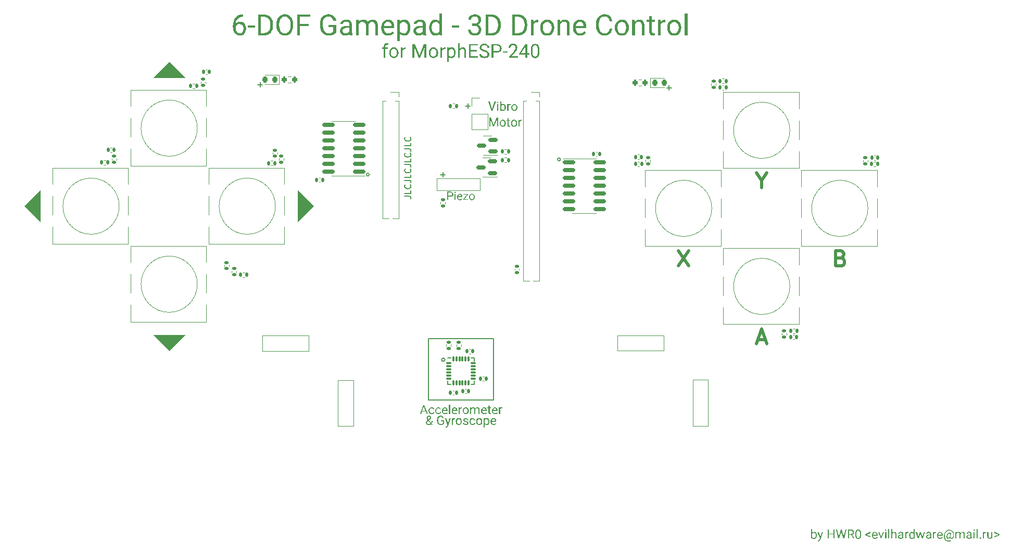
<source format=gbr>
%TF.GenerationSoftware,KiCad,Pcbnew,(5.99.0-12639-gf606679164)*%
%TF.CreationDate,2021-10-07T07:50:59+03:00*%
%TF.ProjectId,mesp240_3Dpad,6d657370-3234-4305-9f33-447061642e6b,rev?*%
%TF.SameCoordinates,Original*%
%TF.FileFunction,Legend,Top*%
%TF.FilePolarity,Positive*%
%FSLAX46Y46*%
G04 Gerber Fmt 4.6, Leading zero omitted, Abs format (unit mm)*
G04 Created by KiCad (PCBNEW (5.99.0-12639-gf606679164)) date 2021-10-07 07:50:59*
%MOMM*%
%LPD*%
G01*
G04 APERTURE LIST*
G04 Aperture macros list*
%AMRoundRect*
0 Rectangle with rounded corners*
0 $1 Rounding radius*
0 $2 $3 $4 $5 $6 $7 $8 $9 X,Y pos of 4 corners*
0 Add a 4 corners polygon primitive as box body*
4,1,4,$2,$3,$4,$5,$6,$7,$8,$9,$2,$3,0*
0 Add four circle primitives for the rounded corners*
1,1,$1+$1,$2,$3*
1,1,$1+$1,$4,$5*
1,1,$1+$1,$6,$7*
1,1,$1+$1,$8,$9*
0 Add four rect primitives between the rounded corners*
20,1,$1+$1,$2,$3,$4,$5,0*
20,1,$1+$1,$4,$5,$6,$7,0*
20,1,$1+$1,$6,$7,$8,$9,0*
20,1,$1+$1,$8,$9,$2,$3,0*%
G04 Aperture macros list end*
%ADD10C,0.100000*%
%ADD11C,0.150000*%
%ADD12C,0.500000*%
%ADD13C,0.120000*%
%ADD14R,1.000000X1.000000*%
%ADD15O,1.000000X1.000000*%
%ADD16O,3.048000X1.850000*%
%ADD17RoundRect,0.135000X-0.135000X-0.185000X0.135000X-0.185000X0.135000X0.185000X-0.135000X0.185000X0*%
%ADD18RoundRect,0.135000X0.185000X-0.135000X0.185000X0.135000X-0.185000X0.135000X-0.185000X-0.135000X0*%
%ADD19RoundRect,0.135000X-0.185000X0.135000X-0.185000X-0.135000X0.185000X-0.135000X0.185000X0.135000X0*%
%ADD20C,2.200000*%
%ADD21C,1.800000*%
%ADD22RoundRect,0.150000X0.587500X0.150000X-0.587500X0.150000X-0.587500X-0.150000X0.587500X-0.150000X0*%
%ADD23RoundRect,0.140000X0.170000X-0.140000X0.170000X0.140000X-0.170000X0.140000X-0.170000X-0.140000X0*%
%ADD24RoundRect,0.135000X0.135000X0.185000X-0.135000X0.185000X-0.135000X-0.185000X0.135000X-0.185000X0*%
%ADD25RoundRect,0.140000X-0.140000X-0.170000X0.140000X-0.170000X0.140000X0.170000X-0.140000X0.170000X0*%
%ADD26RoundRect,0.218750X-0.218750X-0.256250X0.218750X-0.256250X0.218750X0.256250X-0.218750X0.256250X0*%
%ADD27R,1.700000X1.700000*%
%ADD28O,1.700000X1.700000*%
%ADD29RoundRect,0.140000X0.140000X0.170000X-0.140000X0.170000X-0.140000X-0.170000X0.140000X-0.170000X0*%
%ADD30RoundRect,0.150000X-0.825000X-0.150000X0.825000X-0.150000X0.825000X0.150000X-0.825000X0.150000X0*%
%ADD31RoundRect,0.075000X-0.350000X-0.075000X0.350000X-0.075000X0.350000X0.075000X-0.350000X0.075000X0*%
%ADD32RoundRect,0.075000X0.075000X-0.350000X0.075000X0.350000X-0.075000X0.350000X-0.075000X-0.350000X0*%
%ADD33RoundRect,0.150000X0.825000X0.150000X-0.825000X0.150000X-0.825000X-0.150000X0.825000X-0.150000X0*%
%ADD34RoundRect,0.200000X0.200000X0.275000X-0.200000X0.275000X-0.200000X-0.275000X0.200000X-0.275000X0*%
%ADD35RoundRect,0.218750X0.218750X0.256250X-0.218750X0.256250X-0.218750X-0.256250X0.218750X-0.256250X0*%
%ADD36RoundRect,0.140000X-0.170000X0.140000X-0.170000X-0.140000X0.170000X-0.140000X0.170000X0.140000X0*%
%ADD37RoundRect,0.200000X-0.200000X-0.275000X0.200000X-0.275000X0.200000X0.275000X-0.200000X0.275000X0*%
G04 APERTURE END LIST*
D10*
X90987880Y-85727540D02*
X93527880Y-83187540D01*
X93527880Y-83187540D02*
X96067880Y-85727540D01*
X96067880Y-85727540D02*
X90987880Y-85727540D01*
G36*
X96067880Y-85727540D02*
G01*
X90987880Y-85727540D01*
X93527880Y-83187540D01*
X96067880Y-85727540D01*
G37*
X96067880Y-85727540D02*
X90987880Y-85727540D01*
X93527880Y-83187540D01*
X96067880Y-85727540D01*
X114482880Y-104142540D02*
X117022880Y-106682540D01*
X117022880Y-106682540D02*
X114482880Y-109222540D01*
X114482880Y-109222540D02*
X114482880Y-104142540D01*
G36*
X117022880Y-106682540D02*
G01*
X114482880Y-109222540D01*
X114482880Y-104142540D01*
X117022880Y-106682540D01*
G37*
X117022880Y-106682540D02*
X114482880Y-109222540D01*
X114482880Y-104142540D01*
X117022880Y-106682540D01*
X96067880Y-127637540D02*
X93527880Y-130177540D01*
X93527880Y-130177540D02*
X90987880Y-127637540D01*
X90987880Y-127637540D02*
X96067880Y-127637540D01*
G36*
X93527880Y-130177540D02*
G01*
X90987880Y-127637540D01*
X96067880Y-127637540D01*
X93527880Y-130177540D01*
G37*
X93527880Y-130177540D02*
X90987880Y-127637540D01*
X96067880Y-127637540D01*
X93527880Y-130177540D01*
X72572880Y-109222540D02*
X70032880Y-106682540D01*
X70032880Y-106682540D02*
X72572880Y-104142540D01*
X72572880Y-104142540D02*
X72572880Y-109222540D01*
G36*
X72572880Y-109222540D02*
G01*
X70032880Y-106682540D01*
X72572880Y-104142540D01*
X72572880Y-109222540D01*
G37*
X72572880Y-109222540D02*
X70032880Y-106682540D01*
X72572880Y-104142540D01*
X72572880Y-109222540D01*
D11*
X126063607Y-101550000D02*
G75*
G03*
X126063607Y-101550000I-223607J0D01*
G01*
X138368701Y-131680000D02*
G75*
G03*
X138368701Y-131680000I-268701J0D01*
G01*
X157154307Y-99070000D02*
G75*
G03*
X157154307Y-99070000I-234307J0D01*
G01*
X146281250Y-128250000D02*
X135718750Y-128250000D01*
X135718750Y-128250000D02*
X135718750Y-138250000D01*
X135718750Y-138250000D02*
X146281250Y-138250000D01*
X146281250Y-138250000D02*
X146281250Y-128250000D01*
X141709047Y-90371428D02*
X142470952Y-90371428D01*
X142090000Y-90752380D02*
X142090000Y-89990476D01*
X137669047Y-101551428D02*
X138430952Y-101551428D01*
X138050000Y-101932380D02*
X138050000Y-101170476D01*
D12*
X189898020Y-102531076D02*
X189898020Y-103721552D01*
X189064686Y-101221552D02*
X189898020Y-102531076D01*
X190731353Y-101221552D01*
D11*
X174469047Y-87421428D02*
X175230952Y-87421428D01*
X174850000Y-87802380D02*
X174850000Y-87040476D01*
X107939047Y-86921428D02*
X108700952Y-86921428D01*
X108320000Y-87302380D02*
X108320000Y-86540476D01*
D12*
X176364686Y-113921552D02*
X178031353Y-116421552D01*
X178031353Y-113921552D02*
X176364686Y-116421552D01*
X202776591Y-115112028D02*
X203133734Y-115231076D01*
X203252781Y-115350123D01*
X203371829Y-115588219D01*
X203371829Y-115945361D01*
X203252781Y-116183457D01*
X203133734Y-116302504D01*
X202895639Y-116421552D01*
X201943258Y-116421552D01*
X201943258Y-113921552D01*
X202776591Y-113921552D01*
X203014686Y-114040600D01*
X203133734Y-114159647D01*
X203252781Y-114397742D01*
X203252781Y-114635838D01*
X203133734Y-114873933D01*
X203014686Y-114992980D01*
X202776591Y-115112028D01*
X201943258Y-115112028D01*
X189302781Y-128407266D02*
X190493258Y-128407266D01*
X189064686Y-129121552D02*
X189898020Y-126621552D01*
X190731353Y-129121552D01*
D11*
X131842380Y-105059047D02*
X132556666Y-105059047D01*
X132699523Y-105106666D01*
X132794761Y-105201904D01*
X132842380Y-105344761D01*
X132842380Y-105440000D01*
X132842380Y-104106666D02*
X132842380Y-104582857D01*
X131842380Y-104582857D01*
X132747142Y-103201904D02*
X132794761Y-103249523D01*
X132842380Y-103392380D01*
X132842380Y-103487619D01*
X132794761Y-103630476D01*
X132699523Y-103725714D01*
X132604285Y-103773333D01*
X132413809Y-103820952D01*
X132270952Y-103820952D01*
X132080476Y-103773333D01*
X131985238Y-103725714D01*
X131890000Y-103630476D01*
X131842380Y-103487619D01*
X131842380Y-103392380D01*
X131890000Y-103249523D01*
X131937619Y-103201904D01*
X131842380Y-102487619D02*
X132556666Y-102487619D01*
X132699523Y-102535238D01*
X132794761Y-102630476D01*
X132842380Y-102773333D01*
X132842380Y-102868571D01*
X132842380Y-101535238D02*
X132842380Y-102011428D01*
X131842380Y-102011428D01*
X132747142Y-100630476D02*
X132794761Y-100678095D01*
X132842380Y-100820952D01*
X132842380Y-100916190D01*
X132794761Y-101059047D01*
X132699523Y-101154285D01*
X132604285Y-101201904D01*
X132413809Y-101249523D01*
X132270952Y-101249523D01*
X132080476Y-101201904D01*
X131985238Y-101154285D01*
X131890000Y-101059047D01*
X131842380Y-100916190D01*
X131842380Y-100820952D01*
X131890000Y-100678095D01*
X131937619Y-100630476D01*
X131842380Y-99916190D02*
X132556666Y-99916190D01*
X132699523Y-99963809D01*
X132794761Y-100059047D01*
X132842380Y-100201904D01*
X132842380Y-100297142D01*
X132842380Y-98963809D02*
X132842380Y-99440000D01*
X131842380Y-99440000D01*
X132747142Y-98059047D02*
X132794761Y-98106666D01*
X132842380Y-98249523D01*
X132842380Y-98344761D01*
X132794761Y-98487619D01*
X132699523Y-98582857D01*
X132604285Y-98630476D01*
X132413809Y-98678095D01*
X132270952Y-98678095D01*
X132080476Y-98630476D01*
X131985238Y-98582857D01*
X131890000Y-98487619D01*
X131842380Y-98344761D01*
X131842380Y-98249523D01*
X131890000Y-98106666D01*
X131937619Y-98059047D01*
X131842380Y-97344761D02*
X132556666Y-97344761D01*
X132699523Y-97392380D01*
X132794761Y-97487619D01*
X132842380Y-97630476D01*
X132842380Y-97725714D01*
X132842380Y-96392380D02*
X132842380Y-96868571D01*
X131842380Y-96868571D01*
X132747142Y-95487619D02*
X132794761Y-95535238D01*
X132842380Y-95678095D01*
X132842380Y-95773333D01*
X132794761Y-95916190D01*
X132699523Y-96011428D01*
X132604285Y-96059047D01*
X132413809Y-96106666D01*
X132270952Y-96106666D01*
X132080476Y-96059047D01*
X131985238Y-96011428D01*
X131890000Y-95916190D01*
X131842380Y-95773333D01*
X131842380Y-95678095D01*
X131890000Y-95535238D01*
X131937619Y-95487619D01*
D13*
%TO.C,J1*%
X128210000Y-89535000D02*
X128210000Y-108645000D01*
X129540000Y-88140000D02*
X130870000Y-88140000D01*
X130300000Y-89535000D02*
X130870000Y-89535000D01*
X130870000Y-89535000D02*
X130870000Y-108645000D01*
X129847530Y-108645000D02*
X130870000Y-108645000D01*
X128210000Y-108645000D02*
X129232470Y-108645000D01*
X130870000Y-88140000D02*
X130870000Y-88900000D01*
X128210000Y-89535000D02*
X128780000Y-89535000D01*
%TO.C,J2*%
X151070000Y-89535000D02*
X151640000Y-89535000D01*
X151070000Y-118805000D02*
X152092470Y-118805000D01*
X153160000Y-89535000D02*
X153730000Y-89535000D01*
X152400000Y-88140000D02*
X153730000Y-88140000D01*
X153730000Y-88140000D02*
X153730000Y-88900000D01*
X151070000Y-89535000D02*
X151070000Y-118805000D01*
X152707530Y-118805000D02*
X153730000Y-118805000D01*
X153730000Y-89535000D02*
X153730000Y-118805000D01*
%TO.C,SW1*%
X99577900Y-113193000D02*
X99577900Y-115913000D01*
X99577900Y-122773000D02*
X99577900Y-125493000D01*
X87277900Y-113193000D02*
X99577900Y-113193000D01*
X87277900Y-115913000D02*
X87277900Y-113193000D01*
X99577900Y-125493000D02*
X87277900Y-125493000D01*
X87277900Y-120913000D02*
X87277900Y-117773000D01*
X87277900Y-125493000D02*
X87277900Y-122773000D01*
X99577900Y-117773000D02*
X99577900Y-120913000D01*
X98106950Y-119383000D02*
G75*
G03*
X98106950Y-119383000I-4579050J0D01*
G01*
%TO.C,SW2*%
X86877900Y-110073000D02*
X86877900Y-112793000D01*
X74577900Y-103213000D02*
X74577900Y-100493000D01*
X86877900Y-105073000D02*
X86877900Y-108213000D01*
X86877900Y-100493000D02*
X86877900Y-103213000D01*
X74577900Y-108213000D02*
X74577900Y-105073000D01*
X74577900Y-112793000D02*
X74577900Y-110073000D01*
X74577900Y-100493000D02*
X86877900Y-100493000D01*
X86877900Y-112793000D02*
X74577900Y-112793000D01*
X85406950Y-106683000D02*
G75*
G03*
X85406950Y-106683000I-4579050J0D01*
G01*
%TO.C,SW3*%
X112277900Y-105073000D02*
X112277900Y-108213000D01*
X112277900Y-112793000D02*
X99977900Y-112793000D01*
X112277900Y-100493000D02*
X112277900Y-103213000D01*
X99977900Y-100493000D02*
X112277900Y-100493000D01*
X99977900Y-112793000D02*
X99977900Y-110073000D01*
X99977900Y-103213000D02*
X99977900Y-100493000D01*
X112277900Y-110073000D02*
X112277900Y-112793000D01*
X99977900Y-108213000D02*
X99977900Y-105073000D01*
X110806950Y-106683000D02*
G75*
G03*
X110806950Y-106683000I-4579050J0D01*
G01*
%TO.C,SW4*%
X99577900Y-87792500D02*
X99577900Y-90512500D01*
X99577900Y-97372500D02*
X99577900Y-100092500D01*
X87277900Y-90512500D02*
X87277900Y-87792500D01*
X99577900Y-100092500D02*
X87277900Y-100092500D01*
X87277900Y-100092500D02*
X87277900Y-97372500D01*
X87277900Y-87792500D02*
X99577900Y-87792500D01*
X99577900Y-92372500D02*
X99577900Y-95512500D01*
X87277900Y-95512500D02*
X87277900Y-92372500D01*
X98106950Y-93982500D02*
G75*
G03*
X98106950Y-93982500I-4579050J0D01*
G01*
%TO.C,SW5*%
X196348000Y-113146000D02*
X196348000Y-110426000D01*
X208648000Y-100846000D02*
X208648000Y-103566000D01*
X208648000Y-113146000D02*
X196348000Y-113146000D01*
X196348000Y-103566000D02*
X196348000Y-100846000D01*
X208648000Y-105426000D02*
X208648000Y-108566000D01*
X196348000Y-100846000D02*
X208648000Y-100846000D01*
X196348000Y-108566000D02*
X196348000Y-105426000D01*
X208648000Y-110426000D02*
X208648000Y-113146000D01*
X207177050Y-107036000D02*
G75*
G03*
X207177050Y-107036000I-4579050J0D01*
G01*
%TO.C,SW6*%
X170948000Y-108566000D02*
X170948000Y-105426000D01*
X183248000Y-110426000D02*
X183248000Y-113146000D01*
X183248000Y-105426000D02*
X183248000Y-108566000D01*
X170948000Y-113146000D02*
X170948000Y-110426000D01*
X170948000Y-103566000D02*
X170948000Y-100846000D01*
X183248000Y-113146000D02*
X170948000Y-113146000D01*
X183248000Y-100846000D02*
X183248000Y-103566000D01*
X170948000Y-100846000D02*
X183248000Y-100846000D01*
X181777050Y-107036000D02*
G75*
G03*
X181777050Y-107036000I-4579050J0D01*
G01*
%TO.C,SW7*%
X195948000Y-88145600D02*
X195948000Y-90865600D01*
X183648000Y-100445600D02*
X183648000Y-97725600D01*
X183648000Y-88145600D02*
X195948000Y-88145600D01*
X195948000Y-92725600D02*
X195948000Y-95865600D01*
X195948000Y-100445600D02*
X183648000Y-100445600D01*
X183648000Y-95865600D02*
X183648000Y-92725600D01*
X195948000Y-97725600D02*
X195948000Y-100445600D01*
X183648000Y-90865600D02*
X183648000Y-88145600D01*
X194477050Y-94335600D02*
G75*
G03*
X194477050Y-94335600I-4579050J0D01*
G01*
%TO.C,SW8*%
X183648000Y-125846000D02*
X183648000Y-123126000D01*
X195948000Y-113546000D02*
X195948000Y-116266000D01*
X195948000Y-125846000D02*
X183648000Y-125846000D01*
X195948000Y-118126000D02*
X195948000Y-121266000D01*
X183648000Y-113546000D02*
X195948000Y-113546000D01*
X183648000Y-116266000D02*
X183648000Y-113546000D01*
X195948000Y-123126000D02*
X195948000Y-125846000D01*
X183648000Y-121266000D02*
X183648000Y-118126000D01*
X194477050Y-119736000D02*
G75*
G03*
X194477050Y-119736000I-4579050J0D01*
G01*
%TO.C,R21*%
X139646359Y-90770000D02*
X139953641Y-90770000D01*
X139646359Y-90010000D02*
X139953641Y-90010000D01*
%TO.C,R23*%
X137650000Y-106303641D02*
X137650000Y-105996359D01*
X138410000Y-106303641D02*
X138410000Y-105996359D01*
%TO.C,R9*%
X104492000Y-117194359D02*
X104492000Y-117501641D01*
X103732000Y-117194359D02*
X103732000Y-117501641D01*
%TO.C,JS1*%
X108730000Y-127740000D02*
X116230000Y-127740000D01*
X116230000Y-127740000D02*
X116230000Y-130240000D01*
X116230000Y-130240000D02*
X108730000Y-130240000D01*
X108730000Y-130240000D02*
X108730000Y-127740000D01*
X120980000Y-134990000D02*
X123480000Y-134990000D01*
X123480000Y-134990000D02*
X123480000Y-142490000D01*
X123480000Y-142490000D02*
X120980000Y-142490000D01*
X120980000Y-142490000D02*
X120980000Y-134990000D01*
%TO.C,Q1*%
X145180000Y-98800000D02*
X145830000Y-98800000D01*
X145180000Y-101920000D02*
X144530000Y-101920000D01*
X145180000Y-101920000D02*
X146855000Y-101920000D01*
X145180000Y-98800000D02*
X144530000Y-98800000D01*
%TO.C,C10*%
X111104000Y-98151836D02*
X111104000Y-97936164D01*
X110384000Y-98151836D02*
X110384000Y-97936164D01*
%TO.C,R18*%
X183769641Y-85928000D02*
X183462359Y-85928000D01*
X183769641Y-86688000D02*
X183462359Y-86688000D01*
%TO.C,R24*%
X148363641Y-98810000D02*
X148056359Y-98810000D01*
X148363641Y-99570000D02*
X148056359Y-99570000D01*
%TO.C,C2*%
X194964164Y-127646000D02*
X195179836Y-127646000D01*
X194964164Y-128366000D02*
X195179836Y-128366000D01*
%TO.C,D2*%
X171792000Y-87329000D02*
X174077000Y-87329000D01*
X174077000Y-85859000D02*
X171792000Y-85859000D01*
X171792000Y-85859000D02*
X171792000Y-87329000D01*
%TO.C,R4*%
X193928000Y-127651641D02*
X193928000Y-127344359D01*
X193168000Y-127651641D02*
X193168000Y-127344359D01*
%TO.C,J4*%
X142700000Y-94230000D02*
X145360000Y-94230000D01*
X142700000Y-89030000D02*
X144030000Y-89030000D01*
X145360000Y-91630000D02*
X145360000Y-94230000D01*
X142700000Y-90360000D02*
X142700000Y-89030000D01*
X142700000Y-91630000D02*
X145360000Y-91630000D01*
X142700000Y-91630000D02*
X142700000Y-94230000D01*
%TO.C,C14*%
X118097836Y-102780000D02*
X117882164Y-102780000D01*
X118097836Y-102060000D02*
X117882164Y-102060000D01*
%TO.C,U2*%
X161036000Y-98943000D02*
X162986000Y-98943000D01*
X161036000Y-107813000D02*
X159086000Y-107813000D01*
X161036000Y-98943000D02*
X157586000Y-98943000D01*
X161036000Y-107813000D02*
X162986000Y-107813000D01*
D11*
%TO.C,U3*%
X138840000Y-135660000D02*
X139365000Y-135660000D01*
X143140000Y-131360000D02*
X142615000Y-131360000D01*
X143140000Y-135660000D02*
X143140000Y-135135000D01*
X143140000Y-131360000D02*
X143140000Y-131885000D01*
X138840000Y-131360000D02*
X139365000Y-131360000D01*
X138840000Y-135660000D02*
X138840000Y-135135000D01*
X143140000Y-135660000D02*
X142615000Y-135660000D01*
D13*
%TO.C,R2*%
X195273641Y-127380000D02*
X194966359Y-127380000D01*
X195273641Y-126620000D02*
X194966359Y-126620000D01*
%TO.C,R20*%
X181710000Y-86969641D02*
X181710000Y-86662359D01*
X182470000Y-86969641D02*
X182470000Y-86662359D01*
%TO.C,C7*%
X84209836Y-97176000D02*
X83994164Y-97176000D01*
X84209836Y-97896000D02*
X83994164Y-97896000D01*
%TO.C,R10*%
X207136000Y-99160359D02*
X207136000Y-99467641D01*
X206376000Y-99160359D02*
X206376000Y-99467641D01*
%TO.C,svg2mod*%
G36*
X150864884Y-92635351D02*
G01*
X150864884Y-92807413D01*
X150773851Y-92800411D01*
X150665478Y-92817639D01*
X150583115Y-92869325D01*
X150526761Y-92955467D01*
X150526761Y-93723746D01*
X150341694Y-93723746D01*
X150341694Y-92641353D01*
X150521759Y-92641353D01*
X150524760Y-92766398D01*
X150634800Y-92657609D01*
X150782854Y-92621346D01*
X150864884Y-92635351D01*
G37*
G36*
X148272100Y-90766679D02*
G01*
X148233808Y-90900534D01*
X148169988Y-91012555D01*
X148084670Y-91096809D01*
X147981886Y-91147362D01*
X147861634Y-91164213D01*
X147734330Y-91147978D01*
X147627850Y-91099273D01*
X147542197Y-91018098D01*
X147533127Y-91144059D01*
X147361820Y-91144059D01*
X147361820Y-90834698D01*
X147548243Y-90834698D01*
X147615982Y-90929869D01*
X147704995Y-90986971D01*
X147815281Y-91006005D01*
X147934440Y-90980057D01*
X148023873Y-90902213D01*
X148079799Y-90772221D01*
X148098442Y-90589829D01*
X148080051Y-90421041D01*
X148024880Y-90295584D01*
X147935196Y-90217739D01*
X147813265Y-90191791D01*
X147701860Y-90210826D01*
X147613519Y-90267928D01*
X147548243Y-90363099D01*
X147548243Y-90834698D01*
X147361820Y-90834698D01*
X147361820Y-89596246D01*
X147548243Y-89596246D01*
X147548243Y-90173653D01*
X147633001Y-90095837D01*
X147736793Y-90049147D01*
X147859619Y-90033584D01*
X147982501Y-90050267D01*
X148086461Y-90100316D01*
X148171499Y-90183730D01*
X148234480Y-90296143D01*
X148272268Y-90433189D01*
X148284864Y-90594868D01*
X148284864Y-90610991D01*
X148272100Y-90766679D01*
G37*
G36*
X149231590Y-90300622D02*
G01*
X149306914Y-90187257D01*
X149406928Y-90103115D01*
X149527221Y-90050967D01*
X149663385Y-90033584D01*
X149802390Y-90050715D01*
X149922473Y-90102107D01*
X150023634Y-90187761D01*
X150100051Y-90301854D01*
X150145901Y-90438564D01*
X150161184Y-90597891D01*
X150161184Y-90610991D01*
X150145943Y-90762018D01*
X150100219Y-90896671D01*
X150026154Y-91009154D01*
X149925888Y-91093674D01*
X149804084Y-91146578D01*
X149665400Y-91164213D01*
X149526955Y-91147082D01*
X149407208Y-91095690D01*
X149306159Y-91010036D01*
X149229742Y-90896167D01*
X149183892Y-90760129D01*
X149169485Y-90610991D01*
X149356039Y-90610991D01*
X149377075Y-90774488D01*
X149440182Y-90902213D01*
X149538557Y-90984592D01*
X149665400Y-91012051D01*
X149792873Y-90984214D01*
X149891123Y-90900702D01*
X149953852Y-90767057D01*
X149974761Y-90588821D01*
X149953474Y-90426457D01*
X149889611Y-90298103D01*
X149790480Y-90214590D01*
X149663385Y-90186753D01*
X149538683Y-90214213D01*
X149440685Y-90296591D01*
X149377201Y-90430110D01*
X149356039Y-90610991D01*
X149169485Y-90610991D01*
X149168609Y-90601921D01*
X149168609Y-90588821D01*
X149184354Y-90436660D01*
X149231590Y-90300622D01*
G37*
G36*
X147063544Y-91144059D02*
G01*
X146877121Y-91144059D01*
X146877121Y-90053738D01*
X147063544Y-90053738D01*
X147063544Y-91144059D01*
G37*
G36*
X146062907Y-90887098D02*
G01*
X146482106Y-89676862D01*
X146693721Y-89676862D01*
X146149568Y-91144059D01*
X145978261Y-91144059D01*
X145435116Y-89676862D01*
X145645723Y-89676862D01*
X146062907Y-90887098D01*
G37*
G36*
X146300225Y-93455649D02*
G01*
X146776398Y-92267217D01*
X147025489Y-92267217D01*
X147025489Y-93723746D01*
X146833419Y-93723746D01*
X146833419Y-93156540D01*
X146851426Y-92544318D01*
X146373252Y-93723746D01*
X146226198Y-93723746D01*
X145749025Y-92547319D01*
X145768032Y-93156540D01*
X145768032Y-93723746D01*
X145575962Y-93723746D01*
X145575962Y-92267217D01*
X145824052Y-92267217D01*
X146300225Y-93455649D01*
G37*
G36*
X147349106Y-92886442D02*
G01*
X147423884Y-92773901D01*
X147523170Y-92690371D01*
X147642588Y-92638602D01*
X147777762Y-92621346D01*
X147915757Y-92638352D01*
X148034967Y-92689370D01*
X148135392Y-92774401D01*
X148211253Y-92887665D01*
X148256770Y-93023381D01*
X148271942Y-93181549D01*
X148271942Y-93194554D01*
X148256811Y-93344484D01*
X148211420Y-93478157D01*
X148137893Y-93589823D01*
X148038357Y-93673728D01*
X147917438Y-93726247D01*
X147779763Y-93743754D01*
X147642324Y-93726747D01*
X147523448Y-93675729D01*
X147423133Y-93590698D01*
X147347272Y-93477657D01*
X147301756Y-93342608D01*
X147287454Y-93194554D01*
X147472651Y-93194554D01*
X147493534Y-93356863D01*
X147556182Y-93483659D01*
X147653842Y-93565439D01*
X147779763Y-93592699D01*
X147906309Y-93565064D01*
X148003844Y-93482159D01*
X148066117Y-93349485D01*
X148086875Y-93172546D01*
X148065742Y-93011362D01*
X148002344Y-92883941D01*
X147903933Y-92801036D01*
X147777762Y-92773401D01*
X147653967Y-92800661D01*
X147556682Y-92882441D01*
X147493659Y-93014989D01*
X147472651Y-93194554D01*
X147287454Y-93194554D01*
X147286584Y-93185551D01*
X147286584Y-93172546D01*
X147302214Y-93021491D01*
X147349106Y-92886442D01*
G37*
G36*
X148755117Y-92641353D02*
G01*
X148957191Y-92641353D01*
X148957191Y-92784405D01*
X148755117Y-92784405D01*
X148755117Y-93455649D01*
X148782127Y-93553184D01*
X148874161Y-93585696D01*
X148962193Y-93573692D01*
X148962193Y-93723746D01*
X148820141Y-93743754D01*
X148711351Y-93724997D01*
X148633073Y-93668726D01*
X148585806Y-93577943D01*
X148570050Y-93455649D01*
X148570050Y-92784405D01*
X148372978Y-92784405D01*
X148372978Y-92641353D01*
X148570050Y-92641353D01*
X148570050Y-92379258D01*
X148755117Y-92379258D01*
X148755117Y-92641353D01*
G37*
G36*
X149046678Y-90047692D02*
G01*
X149046678Y-90221014D01*
X148954979Y-90213961D01*
X148845812Y-90231315D01*
X148762846Y-90283379D01*
X148706079Y-90370153D01*
X148706079Y-91144059D01*
X148519656Y-91144059D01*
X148519656Y-90053738D01*
X148701041Y-90053738D01*
X148704064Y-90179699D01*
X148814910Y-90070113D01*
X148964048Y-90033584D01*
X149046678Y-90047692D01*
G37*
G36*
X147054474Y-89687946D02*
G01*
X147082690Y-89764531D01*
X147054474Y-89840107D01*
X146971844Y-89870338D01*
X146889717Y-89840107D01*
X146862006Y-89764531D01*
X146889717Y-89687946D01*
X146971844Y-89656708D01*
X147054474Y-89687946D01*
G37*
G36*
X149186774Y-92886442D02*
G01*
X149261551Y-92773901D01*
X149360837Y-92690371D01*
X149480256Y-92638602D01*
X149615430Y-92621346D01*
X149753425Y-92638352D01*
X149872635Y-92689370D01*
X149973060Y-92774401D01*
X150048921Y-92887665D01*
X150094437Y-93023381D01*
X150109610Y-93181549D01*
X150109610Y-93194554D01*
X150094479Y-93344484D01*
X150049088Y-93478157D01*
X149975561Y-93589823D01*
X149876025Y-93673728D01*
X149755106Y-93726247D01*
X149617431Y-93743754D01*
X149479992Y-93726747D01*
X149361115Y-93675729D01*
X149260801Y-93590698D01*
X149184940Y-93477657D01*
X149139424Y-93342608D01*
X149125122Y-93194554D01*
X149310319Y-93194554D01*
X149331202Y-93356863D01*
X149393849Y-93483659D01*
X149491510Y-93565439D01*
X149617431Y-93592699D01*
X149743977Y-93565064D01*
X149841512Y-93482159D01*
X149903785Y-93349485D01*
X149924542Y-93172546D01*
X149903410Y-93011362D01*
X149840012Y-92883941D01*
X149741601Y-92801036D01*
X149615430Y-92773401D01*
X149491635Y-92800661D01*
X149394350Y-92882441D01*
X149331327Y-93014989D01*
X149310319Y-93194554D01*
X149125122Y-93194554D01*
X149124252Y-93185551D01*
X149124252Y-93172546D01*
X149139882Y-93021491D01*
X149186774Y-92886442D01*
G37*
%TO.C,C8*%
X169971836Y-98298000D02*
X169756164Y-98298000D01*
X169971836Y-99018000D02*
X169756164Y-99018000D01*
%TO.C,R14*%
X171008000Y-99154359D02*
X171008000Y-99461641D01*
X171768000Y-99154359D02*
X171768000Y-99461641D01*
%TO.C,U1*%
X121920000Y-101717000D02*
X125370000Y-101717000D01*
X121920000Y-101717000D02*
X119970000Y-101717000D01*
X121920000Y-92847000D02*
X119970000Y-92847000D01*
X121920000Y-92847000D02*
X123870000Y-92847000D01*
%TO.C,svg2mod*%
G36*
X147689553Y-139417462D02*
G01*
X147689553Y-139590785D01*
X147597853Y-139583731D01*
X147488687Y-139601086D01*
X147405720Y-139653150D01*
X147348954Y-139739923D01*
X147348954Y-140513829D01*
X147162531Y-140513829D01*
X147162531Y-139423508D01*
X147343915Y-139423508D01*
X147346938Y-139549470D01*
X147457784Y-139439883D01*
X147606922Y-139403354D01*
X147689553Y-139417462D01*
G37*
G36*
X141329515Y-139670392D02*
G01*
X141404840Y-139557027D01*
X141504853Y-139472885D01*
X141625146Y-139420737D01*
X141761310Y-139403354D01*
X141900315Y-139420485D01*
X142020399Y-139471877D01*
X142121559Y-139557531D01*
X142197976Y-139671624D01*
X142243826Y-139808334D01*
X142259109Y-139967661D01*
X142259109Y-139980761D01*
X142243868Y-140131789D01*
X142198144Y-140266441D01*
X142124079Y-140378925D01*
X142023813Y-140463445D01*
X141902009Y-140516349D01*
X141763326Y-140533983D01*
X141624880Y-140516852D01*
X141505133Y-140465460D01*
X141404084Y-140379807D01*
X141327667Y-140265938D01*
X141281817Y-140129899D01*
X141267410Y-139980761D01*
X141453965Y-139980761D01*
X141475000Y-140144259D01*
X141538107Y-140271984D01*
X141636482Y-140354362D01*
X141763326Y-140381822D01*
X141890798Y-140353984D01*
X141989048Y-140270472D01*
X142051777Y-140136827D01*
X142072686Y-139958592D01*
X142051399Y-139796228D01*
X141987537Y-139667873D01*
X141888405Y-139584361D01*
X141761310Y-139556523D01*
X141636608Y-139583983D01*
X141538611Y-139666362D01*
X141475126Y-139799881D01*
X141453965Y-139980761D01*
X141267410Y-139980761D01*
X141266534Y-139971692D01*
X141266534Y-139958592D01*
X141282279Y-139806431D01*
X141329515Y-139670392D01*
G37*
G36*
X139663299Y-140022076D02*
G01*
X139688869Y-140167814D01*
X139757518Y-140282564D01*
X139859924Y-140357008D01*
X139986767Y-140381822D01*
X140077963Y-140371745D01*
X140154044Y-140341514D01*
X140273959Y-140234699D01*
X140387828Y-140323376D01*
X140310740Y-140415517D01*
X140216521Y-140481331D01*
X140105171Y-140520820D01*
X139976690Y-140533983D01*
X139838077Y-140517804D01*
X139717826Y-140469267D01*
X139615937Y-140388372D01*
X139538681Y-140280381D01*
X139492327Y-140150557D01*
X139476876Y-139998900D01*
X139476876Y-139964638D01*
X139486535Y-139868907D01*
X139669345Y-139868907D01*
X140215513Y-139868907D01*
X140215513Y-139854800D01*
X140192336Y-139728713D01*
X140138929Y-139634619D01*
X140058313Y-139576047D01*
X139953513Y-139556523D01*
X139849721Y-139577055D01*
X139764068Y-139638650D01*
X139702095Y-139737278D01*
X139669345Y-139868907D01*
X139486535Y-139868907D01*
X139492369Y-139811091D01*
X139538849Y-139674927D01*
X139613166Y-139561310D01*
X139712172Y-139475404D01*
X139828182Y-139421367D01*
X139953513Y-139403354D01*
X140084737Y-139418918D01*
X140194911Y-139465607D01*
X140284036Y-139543423D01*
X140349536Y-139650239D01*
X140388836Y-139783926D01*
X140401936Y-139944484D01*
X140401936Y-140022076D01*
X139663299Y-140022076D01*
G37*
G36*
X143785156Y-139418550D02*
G01*
X143886328Y-139464138D01*
X143959284Y-139540118D01*
X144004026Y-139646490D01*
X144020552Y-139783254D01*
X144020552Y-140513829D01*
X143834129Y-140513829D01*
X143834129Y-139794338D01*
X143820777Y-139692184D01*
X143780722Y-139619504D01*
X143709176Y-139576047D01*
X143601353Y-139561562D01*
X143506378Y-139577055D01*
X143429038Y-139623535D01*
X143374874Y-139696215D01*
X143349430Y-139790308D01*
X143349430Y-140513829D01*
X143162000Y-140513829D01*
X143162000Y-139799377D01*
X143136136Y-139667257D01*
X143058544Y-139587986D01*
X142929223Y-139561562D01*
X142819833Y-139578917D01*
X142736195Y-139630981D01*
X142678308Y-139717754D01*
X142678308Y-140513829D01*
X142491886Y-140513829D01*
X142491886Y-139423508D01*
X142668232Y-139423508D01*
X142673270Y-139544431D01*
X142762507Y-139466055D01*
X142870329Y-139419030D01*
X142996739Y-139403354D01*
X143133001Y-139422837D01*
X143236793Y-139481283D01*
X143308115Y-139578693D01*
X143370718Y-139507650D01*
X143449695Y-139451724D01*
X143544796Y-139415447D01*
X143655768Y-139403354D01*
X143785156Y-139418550D01*
G37*
G36*
X146208248Y-140022076D02*
G01*
X146233818Y-140167814D01*
X146302467Y-140282564D01*
X146404874Y-140357008D01*
X146531717Y-140381822D01*
X146622913Y-140371745D01*
X146698993Y-140341514D01*
X146818908Y-140234699D01*
X146932777Y-140323376D01*
X146855689Y-140415517D01*
X146761470Y-140481331D01*
X146650120Y-140520820D01*
X146521640Y-140533983D01*
X146383026Y-140517804D01*
X146262775Y-140469267D01*
X146160887Y-140388372D01*
X146083630Y-140280381D01*
X146037277Y-140150557D01*
X146021825Y-139998900D01*
X146021825Y-139964638D01*
X146031484Y-139868907D01*
X146214294Y-139868907D01*
X146760462Y-139868907D01*
X146760462Y-139854800D01*
X146737285Y-139728713D01*
X146683878Y-139634619D01*
X146603263Y-139576047D01*
X146498463Y-139556523D01*
X146394671Y-139577055D01*
X146309017Y-139638650D01*
X146247044Y-139737278D01*
X146214294Y-139868907D01*
X146031484Y-139868907D01*
X146037318Y-139811091D01*
X146083798Y-139674927D01*
X146158115Y-139561310D01*
X146257121Y-139475404D01*
X146373131Y-139421367D01*
X146498463Y-139403354D01*
X146629687Y-139418918D01*
X146739861Y-139465607D01*
X146828985Y-139543423D01*
X146894485Y-139650239D01*
X146933785Y-139783926D01*
X146946885Y-139944484D01*
X146946885Y-140022076D01*
X146208248Y-140022076D01*
G37*
G36*
X145647972Y-139423508D02*
G01*
X145851526Y-139423508D01*
X145851526Y-139567608D01*
X145647972Y-139567608D01*
X145647972Y-140243768D01*
X145675180Y-140342018D01*
X145767887Y-140374768D01*
X145856564Y-140362676D01*
X145856564Y-140513829D01*
X145713472Y-140533983D01*
X145603886Y-140515089D01*
X145525034Y-140458406D01*
X145477421Y-140366958D01*
X145461549Y-140243768D01*
X145461549Y-139567608D01*
X145263034Y-139567608D01*
X145263034Y-139423508D01*
X145461549Y-139423508D01*
X145461549Y-139159493D01*
X145647972Y-139159493D01*
X145647972Y-139423508D01*
G37*
G36*
X137401537Y-139415559D02*
G01*
X137503146Y-139452171D01*
X137590983Y-139513193D01*
X137684069Y-139639406D01*
X137720471Y-139798369D01*
X137544126Y-139798369D01*
X137520067Y-139702009D01*
X137464014Y-139624543D01*
X137383525Y-139573528D01*
X137286157Y-139556523D01*
X137160070Y-139582094D01*
X137065977Y-139658804D01*
X137007405Y-139783884D01*
X136987881Y-139954561D01*
X136987881Y-139989830D01*
X137007279Y-140156603D01*
X137065473Y-140280045D01*
X137159692Y-140356378D01*
X137287165Y-140381822D01*
X137380628Y-140366707D01*
X137461495Y-140321360D01*
X137519437Y-140253341D01*
X137544126Y-140170207D01*
X137720471Y-140170207D01*
X137701829Y-140261655D01*
X137655979Y-140348568D01*
X137586575Y-140424649D01*
X137497268Y-140483599D01*
X137395113Y-140521387D01*
X137287165Y-140533983D01*
X137148831Y-140517468D01*
X137030763Y-140467923D01*
X136932961Y-140385349D01*
X136859904Y-140274111D01*
X136816069Y-140138577D01*
X136801458Y-139978746D01*
X136801458Y-139947507D01*
X136816069Y-139797110D01*
X136859904Y-139664346D01*
X136931072Y-139554256D01*
X137027684Y-139471877D01*
X137146970Y-139420485D01*
X137286157Y-139403354D01*
X137401537Y-139415559D01*
G37*
G36*
X138069132Y-140022076D02*
G01*
X138094703Y-140167814D01*
X138163351Y-140282564D01*
X138265758Y-140357008D01*
X138392601Y-140381822D01*
X138483797Y-140371745D01*
X138559878Y-140341514D01*
X138679793Y-140234699D01*
X138793662Y-140323376D01*
X138716573Y-140415517D01*
X138622354Y-140481331D01*
X138511005Y-140520820D01*
X138382524Y-140533983D01*
X138243911Y-140517804D01*
X138123660Y-140469267D01*
X138021771Y-140388372D01*
X137944515Y-140280381D01*
X137898161Y-140150557D01*
X137882710Y-139998900D01*
X137882710Y-139964638D01*
X137892369Y-139868907D01*
X138075179Y-139868907D01*
X138621347Y-139868907D01*
X138621347Y-139854800D01*
X138598170Y-139728713D01*
X138544762Y-139634619D01*
X138464147Y-139576047D01*
X138359347Y-139556523D01*
X138255555Y-139577055D01*
X138169901Y-139638650D01*
X138107928Y-139737278D01*
X138075179Y-139868907D01*
X137892369Y-139868907D01*
X137898203Y-139811091D01*
X137944683Y-139674927D01*
X138019000Y-139561310D01*
X138118005Y-139475404D01*
X138234016Y-139421367D01*
X138359347Y-139403354D01*
X138490571Y-139418918D01*
X138600745Y-139465607D01*
X138689870Y-139543423D01*
X138755370Y-139650239D01*
X138794669Y-139783926D01*
X138807769Y-139944484D01*
X138807769Y-140022076D01*
X138069132Y-140022076D01*
G37*
G36*
X134648023Y-140130907D02*
G01*
X134509970Y-140513829D01*
X134310447Y-140513829D01*
X134517472Y-139971692D01*
X134706469Y-139971692D01*
X135205276Y-139971692D01*
X134955369Y-139285455D01*
X134706469Y-139971692D01*
X134517472Y-139971692D01*
X134870723Y-139046632D01*
X135040015Y-139046632D01*
X135601299Y-140513829D01*
X135402784Y-140513829D01*
X135262715Y-140130907D01*
X134648023Y-140130907D01*
G37*
G36*
X141144604Y-139417462D02*
G01*
X141144604Y-139590785D01*
X141052904Y-139583731D01*
X140943737Y-139601086D01*
X140860771Y-139653150D01*
X140804004Y-139739923D01*
X140804004Y-140513829D01*
X140617581Y-140513829D01*
X140617581Y-139423508D01*
X140798966Y-139423508D01*
X140801989Y-139549470D01*
X140912835Y-139439883D01*
X141061973Y-139403354D01*
X141144604Y-139417462D01*
G37*
G36*
X136321293Y-139415559D02*
G01*
X136422902Y-139452171D01*
X136510739Y-139513193D01*
X136603825Y-139639406D01*
X136640227Y-139798369D01*
X136463882Y-139798369D01*
X136439823Y-139702009D01*
X136383770Y-139624543D01*
X136303281Y-139573528D01*
X136205913Y-139556523D01*
X136079826Y-139582094D01*
X135985732Y-139658804D01*
X135927160Y-139783884D01*
X135907636Y-139954561D01*
X135907636Y-139989830D01*
X135927034Y-140156603D01*
X135985229Y-140280045D01*
X136079448Y-140356378D01*
X136206920Y-140381822D01*
X136300384Y-140366707D01*
X136381251Y-140321360D01*
X136439193Y-140253341D01*
X136463882Y-140170207D01*
X136640227Y-140170207D01*
X136621585Y-140261655D01*
X136575735Y-140348568D01*
X136506330Y-140424649D01*
X136417024Y-140483599D01*
X136314869Y-140521387D01*
X136206920Y-140533983D01*
X136068587Y-140517468D01*
X135950519Y-140467923D01*
X135852717Y-140385349D01*
X135779660Y-140274111D01*
X135735825Y-140138577D01*
X135721214Y-139978746D01*
X135721214Y-139947507D01*
X135735825Y-139797110D01*
X135779660Y-139664346D01*
X135850828Y-139554256D01*
X135947440Y-139471877D01*
X136066726Y-139420485D01*
X136205913Y-139403354D01*
X136321293Y-139415559D01*
G37*
G36*
X139225961Y-140513829D02*
G01*
X139039538Y-140513829D01*
X139039538Y-138966017D01*
X139225961Y-138966017D01*
X139225961Y-140513829D01*
G37*
G36*
X144440759Y-140022076D02*
G01*
X144466329Y-140167814D01*
X144534978Y-140282564D01*
X144637385Y-140357008D01*
X144764228Y-140381822D01*
X144855424Y-140371745D01*
X144931504Y-140341514D01*
X145051419Y-140234699D01*
X145165288Y-140323376D01*
X145088200Y-140415517D01*
X144993981Y-140481331D01*
X144882631Y-140520820D01*
X144754151Y-140533983D01*
X144615537Y-140517804D01*
X144495286Y-140469267D01*
X144393398Y-140388372D01*
X144316141Y-140280381D01*
X144269787Y-140150557D01*
X144254336Y-139998900D01*
X144254336Y-139964638D01*
X144263995Y-139868907D01*
X144446805Y-139868907D01*
X144992973Y-139868907D01*
X144992973Y-139854800D01*
X144969796Y-139728713D01*
X144916389Y-139634619D01*
X144835774Y-139576047D01*
X144730974Y-139556523D01*
X144627182Y-139577055D01*
X144541528Y-139638650D01*
X144479555Y-139737278D01*
X144446805Y-139868907D01*
X144263995Y-139868907D01*
X144269829Y-139811091D01*
X144316309Y-139674927D01*
X144390626Y-139561310D01*
X144489632Y-139475404D01*
X144605642Y-139421367D01*
X144730974Y-139403354D01*
X144862198Y-139418918D01*
X144972372Y-139465607D01*
X145061496Y-139543423D01*
X145126996Y-139650239D01*
X145166296Y-139783926D01*
X145179396Y-139944484D01*
X145179396Y-140022076D01*
X144440759Y-140022076D01*
G37*
%TO.C,R11*%
X82902359Y-99188000D02*
X83209641Y-99188000D01*
X82902359Y-99948000D02*
X83209641Y-99948000D01*
%TO.C,R6*%
X170354258Y-87136500D02*
X169879742Y-87136500D01*
X170354258Y-86091500D02*
X169879742Y-86091500D01*
%TO.C,R7*%
X105791641Y-117476000D02*
X105484359Y-117476000D01*
X105791641Y-118236000D02*
X105484359Y-118236000D01*
%TO.C,C3*%
X103230000Y-116439836D02*
X103230000Y-116224164D01*
X102510000Y-116439836D02*
X102510000Y-116224164D01*
%TO.C,D1*%
X109115000Y-86825000D02*
X111400000Y-86825000D01*
X111400000Y-85355000D02*
X109115000Y-85355000D01*
X111400000Y-86825000D02*
X111400000Y-85355000D01*
%TO.C,Q2*%
X145270000Y-95250000D02*
X145920000Y-95250000D01*
X145270000Y-98370000D02*
X144620000Y-98370000D01*
X145270000Y-95250000D02*
X144620000Y-95250000D01*
X145270000Y-98370000D02*
X146945000Y-98370000D01*
%TO.C,svg2mod*%
G36*
X142138535Y-104792571D02*
G01*
X141577639Y-105536711D01*
X142166440Y-105536711D01*
X142166440Y-105677168D01*
X141367419Y-105677168D01*
X141367419Y-105550664D01*
X141922734Y-104813035D01*
X141375791Y-104813035D01*
X141375791Y-104670718D01*
X142138535Y-104670718D01*
X142138535Y-104792571D01*
G37*
G36*
X138948032Y-105677168D02*
G01*
X138769438Y-105677168D01*
X138769438Y-105000930D01*
X138948032Y-105000930D01*
X139268943Y-105000930D01*
X139395447Y-104984071D01*
X139488464Y-104933492D01*
X139545670Y-104851056D01*
X139564739Y-104738621D01*
X139545670Y-104629790D01*
X139488464Y-104545144D01*
X139398005Y-104490031D01*
X139279175Y-104469800D01*
X138948032Y-104469800D01*
X138948032Y-105000930D01*
X138769438Y-105000930D01*
X138769438Y-104322832D01*
X139268943Y-104322832D01*
X139406454Y-104335441D01*
X139522571Y-104373268D01*
X139617294Y-104436313D01*
X139687315Y-104520133D01*
X139729328Y-104620282D01*
X139743333Y-104736760D01*
X139729638Y-104858148D01*
X139688556Y-104959382D01*
X139620084Y-105040463D01*
X139526085Y-105099632D01*
X139408418Y-105135134D01*
X139267083Y-105146968D01*
X138948032Y-105146968D01*
X138948032Y-105677168D01*
G37*
G36*
X140122844Y-104333064D02*
G01*
X140148889Y-104403757D01*
X140122844Y-104473521D01*
X140046570Y-104501426D01*
X139970760Y-104473521D01*
X139945181Y-104403757D01*
X139970760Y-104333064D01*
X140046570Y-104304229D01*
X140122844Y-104333064D01*
G37*
G36*
X142372474Y-104898611D02*
G01*
X142442005Y-104793966D01*
X142534325Y-104716296D01*
X142645365Y-104668160D01*
X142771055Y-104652114D01*
X142899367Y-104667927D01*
X143010213Y-104715366D01*
X143103593Y-104794431D01*
X143174131Y-104899748D01*
X143216454Y-105025942D01*
X143230562Y-105173013D01*
X143230562Y-105185105D01*
X143216493Y-105324515D01*
X143174286Y-105448810D01*
X143105918Y-105552641D01*
X143013365Y-105630659D01*
X142900930Y-105679493D01*
X142772915Y-105695771D01*
X142645119Y-105679958D01*
X142534583Y-105632520D01*
X142441307Y-105553455D01*
X142370769Y-105448345D01*
X142328446Y-105322771D01*
X142315147Y-105185105D01*
X142487351Y-105185105D01*
X142506768Y-105336026D01*
X142565021Y-105453926D01*
X142655829Y-105529968D01*
X142772915Y-105555315D01*
X142890582Y-105529619D01*
X142981274Y-105452531D01*
X143039178Y-105329166D01*
X143058479Y-105164641D01*
X143038829Y-105014767D01*
X142979879Y-104896285D01*
X142888373Y-104819197D01*
X142771055Y-104793501D01*
X142655945Y-104818848D01*
X142565486Y-104894890D01*
X142506885Y-105018138D01*
X142487351Y-105185105D01*
X142315147Y-105185105D01*
X142314338Y-105176733D01*
X142314338Y-105164641D01*
X142328872Y-105024185D01*
X142372474Y-104898611D01*
G37*
G36*
X140131216Y-105677168D02*
G01*
X139959133Y-105677168D01*
X139959133Y-104670718D01*
X140131216Y-104670718D01*
X140131216Y-105677168D01*
G37*
G36*
X140534912Y-105223242D02*
G01*
X140558515Y-105357769D01*
X140621884Y-105463693D01*
X140716413Y-105532409D01*
X140833499Y-105555315D01*
X140917679Y-105546013D01*
X140987908Y-105518108D01*
X141098599Y-105419509D01*
X141203708Y-105501365D01*
X141132550Y-105586418D01*
X141045579Y-105647170D01*
X140942794Y-105683621D01*
X140824197Y-105695771D01*
X140696246Y-105680837D01*
X140585245Y-105636034D01*
X140491194Y-105561361D01*
X140419880Y-105461677D01*
X140377092Y-105341840D01*
X140362830Y-105201848D01*
X140362830Y-105170222D01*
X140371746Y-105081855D01*
X140540493Y-105081855D01*
X141044648Y-105081855D01*
X141044648Y-105068833D01*
X141023254Y-104952445D01*
X140973955Y-104865590D01*
X140899541Y-104811523D01*
X140802803Y-104793501D01*
X140706995Y-104812453D01*
X140627930Y-104869310D01*
X140570724Y-104960351D01*
X140540493Y-105081855D01*
X140371746Y-105081855D01*
X140377131Y-105028487D01*
X140420035Y-104902797D01*
X140488636Y-104797919D01*
X140580026Y-104718622D01*
X140687112Y-104668741D01*
X140802803Y-104652114D01*
X140923932Y-104666480D01*
X141025632Y-104709578D01*
X141107900Y-104781409D01*
X141168362Y-104880007D01*
X141204639Y-105003411D01*
X141216731Y-105151619D01*
X141216731Y-105223242D01*
X140534912Y-105223242D01*
G37*
%TO.C,R1*%
X97382359Y-86742000D02*
X97689641Y-86742000D01*
X97382359Y-87502000D02*
X97689641Y-87502000D01*
%TO.C,R16*%
X141000000Y-129206359D02*
X141000000Y-129513641D01*
X140240000Y-129206359D02*
X140240000Y-129513641D01*
%TO.C,J3*%
X137040000Y-104140000D02*
X144040000Y-104140000D01*
X144040000Y-104140000D02*
X144040000Y-102140000D01*
X144040000Y-102140000D02*
X137040000Y-102140000D01*
X137040000Y-102140000D02*
X137040000Y-104140000D01*
%TO.C,R3*%
X98680000Y-86376359D02*
X98680000Y-86683641D01*
X99440000Y-86376359D02*
X99440000Y-86683641D01*
%TO.C,svg2mod*%
G36*
X174240521Y-76342168D02*
G01*
X174240521Y-76742144D01*
X174028906Y-76725865D01*
X173776983Y-76765915D01*
X173585522Y-76886062D01*
X173454522Y-77086309D01*
X173454522Y-78872246D01*
X173024316Y-78872246D01*
X173024316Y-76356121D01*
X173442895Y-76356121D01*
X173449871Y-76646801D01*
X173705670Y-76393909D01*
X174049835Y-76309612D01*
X174240521Y-76342168D01*
G37*
G36*
X177819372Y-78872246D02*
G01*
X177389166Y-78872246D01*
X177389166Y-75300371D01*
X177819372Y-75300371D01*
X177819372Y-78872246D01*
G37*
G36*
X132744087Y-78000206D02*
G01*
X132656496Y-78308715D01*
X132510510Y-78567614D01*
X132314656Y-78762692D01*
X132077461Y-78879739D01*
X131798925Y-78918755D01*
X131515222Y-78886457D01*
X131274926Y-78789564D01*
X131078039Y-78628075D01*
X131078039Y-79839629D01*
X130647833Y-79839629D01*
X130647833Y-78223448D01*
X131078039Y-78223448D01*
X131322210Y-78481572D01*
X131668701Y-78567614D01*
X131946300Y-78506280D01*
X132160531Y-78322280D01*
X132297441Y-78017356D01*
X132343078Y-77593254D01*
X132297732Y-77212464D01*
X132161694Y-76921202D01*
X131946591Y-76736330D01*
X131664050Y-76674706D01*
X131322210Y-76761328D01*
X131078039Y-77021196D01*
X131078039Y-78223448D01*
X130647833Y-78223448D01*
X130647833Y-76356121D01*
X131040832Y-76356121D01*
X131061761Y-76635173D01*
X131259682Y-76454306D01*
X131503078Y-76345785D01*
X131791949Y-76309612D01*
X132073198Y-76347594D01*
X132312331Y-76461541D01*
X132509347Y-76651451D01*
X132655979Y-76909058D01*
X132743958Y-77226093D01*
X132773284Y-77602556D01*
X132773284Y-77642089D01*
X132744087Y-78000206D01*
G37*
G36*
X126932711Y-76344679D02*
G01*
X127166185Y-76449882D01*
X127334547Y-76625220D01*
X127437796Y-76870694D01*
X127475933Y-77186302D01*
X127475933Y-78872246D01*
X127045727Y-78872246D01*
X127045727Y-77211882D01*
X127014915Y-76976141D01*
X126922479Y-76808419D01*
X126757372Y-76708134D01*
X126508550Y-76674706D01*
X126289378Y-76710459D01*
X126110900Y-76817720D01*
X125985908Y-76985443D01*
X125927191Y-77202581D01*
X125927191Y-78872246D01*
X125494659Y-78872246D01*
X125494659Y-77223510D01*
X125434973Y-76918619D01*
X125255914Y-76735684D01*
X124957482Y-76674706D01*
X124705043Y-76714755D01*
X124512031Y-76834903D01*
X124378448Y-77035149D01*
X124378448Y-78872246D01*
X123948242Y-78872246D01*
X123948242Y-76356121D01*
X124355193Y-76356121D01*
X124366821Y-76635173D01*
X124572751Y-76454306D01*
X124821573Y-76345785D01*
X125113287Y-76309612D01*
X125427738Y-76354570D01*
X125667258Y-76489446D01*
X125831848Y-76714238D01*
X125976315Y-76550295D01*
X126158572Y-76421233D01*
X126378035Y-76337517D01*
X126634124Y-76309612D01*
X126932711Y-76344679D01*
G37*
G36*
X105580370Y-76789944D02*
G01*
X105776095Y-76963060D01*
X105922727Y-77190953D01*
X106010706Y-77459154D01*
X106040032Y-77767662D01*
X106008381Y-78093224D01*
X105913425Y-78372277D01*
X105755166Y-78604821D01*
X105543680Y-78779229D01*
X105289045Y-78883873D01*
X104991259Y-78918755D01*
X104687660Y-78877285D01*
X104424885Y-78752874D01*
X104202935Y-78545522D01*
X104034987Y-78272799D01*
X103934218Y-77952276D01*
X103905082Y-77632787D01*
X104333160Y-77632787D01*
X104380250Y-78010671D01*
X104521520Y-78307164D01*
X104733135Y-78499013D01*
X104991259Y-78562963D01*
X105250836Y-78509478D01*
X105448208Y-78349022D01*
X105572910Y-78101944D01*
X105614477Y-77788591D01*
X105572328Y-77473204D01*
X105445883Y-77224672D01*
X105249674Y-77063345D01*
X104998235Y-77009569D01*
X104786039Y-77042707D01*
X104591284Y-77142119D01*
X104433735Y-77291529D01*
X104333160Y-77474657D01*
X104333160Y-77632787D01*
X103905082Y-77632787D01*
X103900628Y-77583953D01*
X103900628Y-77418846D01*
X103925554Y-76978975D01*
X104000331Y-76594187D01*
X104124960Y-76264484D01*
X104299441Y-75989864D01*
X104523192Y-75772944D01*
X104795632Y-75616340D01*
X105116760Y-75520052D01*
X105486578Y-75484081D01*
X105563317Y-75484081D01*
X105563317Y-75849175D01*
X105484252Y-75849175D01*
X105172127Y-75886382D01*
X104905476Y-75985601D01*
X104684301Y-76146831D01*
X104513769Y-76365164D01*
X104399047Y-76635690D01*
X104340136Y-76958409D01*
X104540124Y-76787877D01*
X104783520Y-76685558D01*
X105070324Y-76651451D01*
X105345114Y-76686075D01*
X105580370Y-76789944D01*
G37*
G36*
X135927614Y-76921978D02*
G01*
X136080059Y-76661916D01*
X136281856Y-76466191D01*
X136521376Y-76348757D01*
X136798620Y-76309612D01*
X137072763Y-76343201D01*
X137306083Y-76443971D01*
X137498577Y-76611919D01*
X137498577Y-75300371D01*
X137928784Y-75300371D01*
X137928784Y-78872246D01*
X137533459Y-78872246D01*
X137512530Y-78602495D01*
X137317968Y-78778195D01*
X137078448Y-78883615D01*
X136793969Y-78918755D01*
X136520472Y-78878964D01*
X136282889Y-78759591D01*
X136081222Y-78560637D01*
X135928130Y-78297604D01*
X135836276Y-77985995D01*
X135807041Y-77642089D01*
X136235864Y-77642089D01*
X136280047Y-78023461D01*
X136412597Y-78311815D01*
X136623049Y-78493199D01*
X136900939Y-78553661D01*
X137149245Y-78512837D01*
X137348457Y-78390363D01*
X137498577Y-78186241D01*
X137498577Y-77030498D01*
X137346907Y-76832836D01*
X137149245Y-76714238D01*
X136905590Y-76674706D01*
X136624212Y-76735749D01*
X136412597Y-76918877D01*
X136280047Y-77221765D01*
X136235864Y-77642089D01*
X135807041Y-77642089D01*
X135805657Y-77625811D01*
X135805657Y-77593254D01*
X135836146Y-77232424D01*
X135927614Y-76921978D01*
G37*
G36*
X170302621Y-76345610D02*
G01*
X170526794Y-76453603D01*
X170687714Y-76633592D01*
X170785383Y-76885577D01*
X170819799Y-77209557D01*
X170819799Y-78872246D01*
X170389593Y-78872246D01*
X170389593Y-77207231D01*
X170357327Y-76970618D01*
X170265182Y-76804930D01*
X170109087Y-76707262D01*
X169884973Y-76674706D01*
X169688473Y-76702611D01*
X169517553Y-76786327D01*
X169271057Y-77079332D01*
X169271057Y-78872246D01*
X168840850Y-78872246D01*
X168840850Y-76356121D01*
X169247802Y-76356121D01*
X169261755Y-76672380D01*
X169473628Y-76470842D01*
X169724776Y-76349919D01*
X170015197Y-76309612D01*
X170302621Y-76345610D01*
G37*
G36*
X159643737Y-77737432D02*
G01*
X159702745Y-78073748D01*
X159861166Y-78338558D01*
X160097489Y-78510350D01*
X160390203Y-78567614D01*
X160600656Y-78544359D01*
X160776226Y-78474596D01*
X161052953Y-78228099D01*
X161315728Y-78432738D01*
X161137832Y-78645370D01*
X160920403Y-78797251D01*
X160663442Y-78888379D01*
X160366949Y-78918755D01*
X160047072Y-78881419D01*
X159769569Y-78769410D01*
X159534442Y-78582729D01*
X159356158Y-78333519D01*
X159249188Y-78033925D01*
X159213531Y-77683947D01*
X159213531Y-77604882D01*
X159235822Y-77383965D01*
X159657690Y-77383965D01*
X160918078Y-77383965D01*
X160918078Y-77351409D01*
X160864593Y-77060438D01*
X160741345Y-76843300D01*
X160555309Y-76708134D01*
X160313464Y-76663079D01*
X160073943Y-76710459D01*
X159876281Y-76852602D01*
X159733267Y-77080204D01*
X159657690Y-77383965D01*
X159235822Y-77383965D01*
X159249285Y-77250543D01*
X159356545Y-76936318D01*
X159528047Y-76674124D01*
X159756521Y-76475881D01*
X160024237Y-76351179D01*
X160313464Y-76309612D01*
X160616288Y-76345527D01*
X160870536Y-76453272D01*
X161076208Y-76632848D01*
X161227361Y-76879344D01*
X161318054Y-77187853D01*
X161348284Y-77558373D01*
X161348284Y-77737432D01*
X159643737Y-77737432D01*
G37*
G36*
X116469628Y-75853826D02*
G01*
X114818566Y-75853826D01*
X114818566Y-77011895D01*
X116239410Y-77011895D01*
X116239410Y-77376989D01*
X114818566Y-77376989D01*
X114818566Y-78872246D01*
X114372082Y-78872246D01*
X114372082Y-75486406D01*
X116469628Y-75486406D01*
X116469628Y-75853826D01*
G37*
G36*
X154010360Y-76925853D02*
G01*
X154184187Y-76664241D01*
X154414987Y-76470067D01*
X154692586Y-76349726D01*
X155006811Y-76309612D01*
X155327592Y-76349144D01*
X155604707Y-76467742D01*
X155838156Y-76665404D01*
X156014501Y-76928695D01*
X156120309Y-77244180D01*
X156155578Y-77611858D01*
X156155578Y-77642089D01*
X156120406Y-77990614D01*
X156014889Y-78301351D01*
X155843969Y-78560928D01*
X155612588Y-78755974D01*
X155331500Y-78878060D01*
X155011462Y-78918755D01*
X154691972Y-78879222D01*
X154415633Y-78760625D01*
X154182443Y-78562963D01*
X154006097Y-78300188D01*
X153900289Y-77986254D01*
X153867042Y-77642089D01*
X154297552Y-77642089D01*
X154346095Y-78019391D01*
X154491726Y-78314141D01*
X154718747Y-78504245D01*
X155011462Y-78567614D01*
X155305630Y-78503373D01*
X155532360Y-78310652D01*
X155677119Y-78002241D01*
X155725372Y-77590929D01*
X155676247Y-77216243D01*
X155528872Y-76920040D01*
X155300107Y-76727319D01*
X155006811Y-76663079D01*
X154719038Y-76726447D01*
X154492889Y-76916552D01*
X154346386Y-77224672D01*
X154297552Y-77642089D01*
X153867042Y-77642089D01*
X153865020Y-77621160D01*
X153865020Y-77590929D01*
X153901355Y-77239788D01*
X154010360Y-76925853D01*
G37*
G36*
X107488781Y-77609532D02*
G01*
X106353967Y-77609532D01*
X106353967Y-77258391D01*
X107488781Y-77258391D01*
X107488781Y-77609532D01*
G37*
G36*
X149311810Y-75486406D02*
G01*
X150267565Y-75486406D01*
X150550752Y-75508110D01*
X150811201Y-75573223D01*
X151048913Y-75681743D01*
X151258073Y-75830313D01*
X151432869Y-76015573D01*
X151573300Y-76237523D01*
X151676265Y-76489704D01*
X151738664Y-76765656D01*
X151760497Y-77065380D01*
X151760497Y-77281646D01*
X151739956Y-77587828D01*
X151678332Y-77867656D01*
X151575625Y-78121129D01*
X151434807Y-78342821D01*
X151258848Y-78527306D01*
X151047750Y-78674584D01*
X150806550Y-78782329D01*
X150540288Y-78848217D01*
X150248962Y-78872246D01*
X149311810Y-78872246D01*
X149311810Y-78507152D01*
X149758294Y-78507152D01*
X150228033Y-78507152D01*
X150546747Y-78471495D01*
X150814560Y-78364525D01*
X151031472Y-78186241D01*
X151191023Y-77942070D01*
X151286754Y-77637438D01*
X151318664Y-77272344D01*
X151318664Y-77074681D01*
X151288562Y-76718760D01*
X151198258Y-76419941D01*
X151047750Y-76178224D01*
X150841949Y-76000070D01*
X150585763Y-75891937D01*
X150279193Y-75853826D01*
X149758294Y-75853826D01*
X149758294Y-78507152D01*
X149311810Y-78507152D01*
X149311810Y-75486406D01*
G37*
G36*
X174667239Y-76925853D02*
G01*
X174841065Y-76664241D01*
X175071865Y-76470067D01*
X175349465Y-76349726D01*
X175663690Y-76309612D01*
X175984471Y-76349144D01*
X176261586Y-76467742D01*
X176495034Y-76665404D01*
X176671380Y-76928695D01*
X176777188Y-77244180D01*
X176812457Y-77611858D01*
X176812457Y-77642089D01*
X176777284Y-77990614D01*
X176671768Y-78301351D01*
X176500848Y-78560928D01*
X176269467Y-78755974D01*
X175988379Y-78878060D01*
X175668340Y-78918755D01*
X175348851Y-78879222D01*
X175072511Y-78760625D01*
X174839321Y-78562963D01*
X174662975Y-78300188D01*
X174557168Y-77986254D01*
X174523921Y-77642089D01*
X174954431Y-77642089D01*
X175002974Y-78019391D01*
X175148605Y-78314141D01*
X175375626Y-78504245D01*
X175668340Y-78567614D01*
X175962509Y-78503373D01*
X176189239Y-78310652D01*
X176333997Y-78002241D01*
X176382250Y-77590929D01*
X176333125Y-77216243D01*
X176185751Y-76920040D01*
X175956986Y-76727319D01*
X175663690Y-76663079D01*
X175375916Y-76726447D01*
X175149767Y-76916552D01*
X175003265Y-77224672D01*
X174954431Y-77642089D01*
X174523921Y-77642089D01*
X174521899Y-77621160D01*
X174521899Y-77590929D01*
X174558234Y-77239788D01*
X174667239Y-76925853D01*
G37*
G36*
X166156130Y-76925853D02*
G01*
X166329957Y-76664241D01*
X166560757Y-76470067D01*
X166838356Y-76349726D01*
X167152581Y-76309612D01*
X167473363Y-76349144D01*
X167750477Y-76467742D01*
X167983926Y-76665404D01*
X168160272Y-76928695D01*
X168266079Y-77244180D01*
X168301348Y-77611858D01*
X168301348Y-77642089D01*
X168266176Y-77990614D01*
X168160659Y-78301351D01*
X167989739Y-78560928D01*
X167758358Y-78755974D01*
X167477271Y-78878060D01*
X167157232Y-78918755D01*
X166837743Y-78879222D01*
X166561403Y-78760625D01*
X166328213Y-78562963D01*
X166151867Y-78300188D01*
X166046060Y-77986254D01*
X166012812Y-77642089D01*
X166443322Y-77642089D01*
X166491866Y-78019391D01*
X166637496Y-78314141D01*
X166864517Y-78504245D01*
X167157232Y-78567614D01*
X167451400Y-78503373D01*
X167678130Y-78310652D01*
X167822889Y-78002241D01*
X167871142Y-77590929D01*
X167822017Y-77216243D01*
X167674642Y-76920040D01*
X167445877Y-76727319D01*
X167152581Y-76663079D01*
X166864808Y-76726447D01*
X166638659Y-76916552D01*
X166492156Y-77224672D01*
X166443322Y-77642089D01*
X166012812Y-77642089D01*
X166010790Y-77621160D01*
X166010790Y-77590929D01*
X166047125Y-77239788D01*
X166156130Y-76925853D01*
G37*
G36*
X134599788Y-78780262D02*
G01*
X134361043Y-78884132D01*
X134096459Y-78918755D01*
X133757817Y-78866142D01*
X133486031Y-78708303D01*
X133307263Y-78469654D01*
X133247674Y-78174614D01*
X133260612Y-78114153D01*
X133677880Y-78114153D01*
X133812756Y-78430413D01*
X134159246Y-78544359D01*
X134356327Y-78518198D01*
X134542944Y-78439714D01*
X134805718Y-78167638D01*
X134805718Y-77651390D01*
X134468530Y-77651390D01*
X134122621Y-77680313D01*
X133875543Y-77767081D01*
X133727296Y-77911694D01*
X133677880Y-78114153D01*
X133260612Y-78114153D01*
X133322379Y-77825508D01*
X133546493Y-77564186D01*
X133772707Y-77443393D01*
X134052922Y-77370917D01*
X134387139Y-77346758D01*
X134805718Y-77346758D01*
X134805718Y-77149095D01*
X134772000Y-76946492D01*
X134670843Y-76789815D01*
X134503993Y-76689530D01*
X134273193Y-76656102D01*
X134061578Y-76685170D01*
X133887170Y-76772374D01*
X133731365Y-77053752D01*
X133298834Y-77053752D01*
X133332262Y-76868589D01*
X133432546Y-76689821D01*
X133590095Y-76532563D01*
X133795315Y-76411931D01*
X134035707Y-76335192D01*
X134298773Y-76309612D01*
X134686540Y-76363969D01*
X134980126Y-76527040D01*
X135167324Y-76785455D01*
X135235925Y-77125841D01*
X135235925Y-78283910D01*
X135258016Y-78594937D01*
X135324291Y-78835039D01*
X135324291Y-78872246D01*
X134873156Y-78872246D01*
X134812695Y-78607146D01*
X134599788Y-78780262D01*
G37*
G36*
X119765034Y-75469999D02*
G01*
X120049513Y-75560304D01*
X120288000Y-75710811D01*
X120475585Y-75916613D01*
X120607360Y-76172798D01*
X120683325Y-76479369D01*
X120236840Y-76479369D01*
X120139753Y-76185346D01*
X119974066Y-75975330D01*
X119739778Y-75849320D01*
X119436889Y-75807317D01*
X119161841Y-75842328D01*
X118935111Y-75947360D01*
X118756698Y-76122414D01*
X118627894Y-76363872D01*
X118549992Y-76668117D01*
X118522991Y-77035149D01*
X118522991Y-77311876D01*
X118551930Y-77665731D01*
X118638747Y-77967650D01*
X118783441Y-78217635D01*
X118977486Y-78404316D01*
X119212355Y-78516325D01*
X119488049Y-78553661D01*
X119723499Y-78539708D01*
X119927557Y-78497850D01*
X120239166Y-78309490D01*
X120239166Y-77549071D01*
X119455493Y-77549071D01*
X119455493Y-77186302D01*
X120683325Y-77186302D01*
X120683325Y-78428087D01*
X120477233Y-78643481D01*
X120203121Y-78796669D01*
X119869711Y-78888233D01*
X119485723Y-78918755D01*
X119095049Y-78870211D01*
X118750884Y-78724581D01*
X118466309Y-78489421D01*
X118254403Y-78172289D01*
X118156347Y-77920883D01*
X118096273Y-77644156D01*
X118074182Y-77342107D01*
X118074182Y-77046776D01*
X118096491Y-76685752D01*
X118163420Y-76367748D01*
X118274969Y-76092765D01*
X118431136Y-75860802D01*
X118627709Y-75676656D01*
X118860471Y-75545124D01*
X119129422Y-75466204D01*
X119434564Y-75439897D01*
X119765034Y-75469999D01*
G37*
G36*
X158156851Y-76345610D02*
G01*
X158381024Y-76453603D01*
X158541944Y-76633592D01*
X158639612Y-76885577D01*
X158674029Y-77209557D01*
X158674029Y-78872246D01*
X158243823Y-78872246D01*
X158243823Y-77207231D01*
X158211557Y-76970618D01*
X158119412Y-76804930D01*
X157963316Y-76707262D01*
X157739202Y-76674706D01*
X157542703Y-76702611D01*
X157371783Y-76786327D01*
X157125286Y-77079332D01*
X157125286Y-78872246D01*
X156695080Y-78872246D01*
X156695080Y-76356121D01*
X157102032Y-76356121D01*
X157115984Y-76672380D01*
X157327858Y-76470842D01*
X157579005Y-76349919D01*
X157869427Y-76309612D01*
X158156851Y-76345610D01*
G37*
G36*
X140670477Y-77609532D02*
G01*
X139535662Y-77609532D01*
X139535662Y-77258391D01*
X140670477Y-77258391D01*
X140670477Y-77609532D01*
G37*
G36*
X107974798Y-75486406D02*
G01*
X108930554Y-75486406D01*
X109213740Y-75508110D01*
X109474190Y-75573223D01*
X109711901Y-75681743D01*
X109921062Y-75830313D01*
X110095857Y-76015573D01*
X110236288Y-76237523D01*
X110339253Y-76489704D01*
X110401652Y-76765656D01*
X110423486Y-77065380D01*
X110423486Y-77281646D01*
X110402944Y-77587828D01*
X110341320Y-77867656D01*
X110238613Y-78121129D01*
X110097795Y-78342821D01*
X109921837Y-78527306D01*
X109710739Y-78674584D01*
X109469539Y-78782329D01*
X109203276Y-78848217D01*
X108911950Y-78872246D01*
X107974798Y-78872246D01*
X107974798Y-78507152D01*
X108421282Y-78507152D01*
X108891021Y-78507152D01*
X109209736Y-78471495D01*
X109477549Y-78364525D01*
X109694460Y-78186241D01*
X109854011Y-77942070D01*
X109949742Y-77637438D01*
X109981652Y-77272344D01*
X109981652Y-77074681D01*
X109951551Y-76718760D01*
X109861246Y-76419941D01*
X109710739Y-76178224D01*
X109504937Y-76000070D01*
X109248751Y-75891937D01*
X108942181Y-75853826D01*
X108421282Y-75853826D01*
X108421282Y-78507152D01*
X107974798Y-78507152D01*
X107974798Y-75486406D01*
G37*
G36*
X128445641Y-77737432D02*
G01*
X128504650Y-78073748D01*
X128663070Y-78338558D01*
X128899393Y-78510350D01*
X129192108Y-78567614D01*
X129402560Y-78544359D01*
X129578130Y-78474596D01*
X129854858Y-78228099D01*
X130117632Y-78432738D01*
X129939736Y-78645370D01*
X129722308Y-78797251D01*
X129465347Y-78888379D01*
X129168853Y-78918755D01*
X128848976Y-78881419D01*
X128571474Y-78769410D01*
X128336346Y-78582729D01*
X128158062Y-78333519D01*
X128051092Y-78033925D01*
X128015435Y-77683947D01*
X128015435Y-77604882D01*
X128037726Y-77383965D01*
X128459594Y-77383965D01*
X129719982Y-77383965D01*
X129719982Y-77351409D01*
X129666497Y-77060438D01*
X129543249Y-76843300D01*
X129357214Y-76708134D01*
X129115368Y-76663079D01*
X128875848Y-76710459D01*
X128678185Y-76852602D01*
X128535171Y-77080204D01*
X128459594Y-77383965D01*
X128037726Y-77383965D01*
X128051189Y-77250543D01*
X128158450Y-76936318D01*
X128329951Y-76674124D01*
X128558425Y-76475881D01*
X128826142Y-76351179D01*
X129115368Y-76309612D01*
X129418192Y-76345527D01*
X129672440Y-76453272D01*
X129878112Y-76632848D01*
X130029266Y-76879344D01*
X130119958Y-77187853D01*
X130150189Y-77558373D01*
X130150189Y-77737432D01*
X128445641Y-77737432D01*
G37*
G36*
X153583642Y-76342168D02*
G01*
X153583642Y-76742144D01*
X153372027Y-76725865D01*
X153120104Y-76765915D01*
X152928643Y-76886062D01*
X152797643Y-77086309D01*
X152797643Y-78872246D01*
X152367437Y-78872246D01*
X152367437Y-76356121D01*
X152786016Y-76356121D01*
X152792993Y-76646801D01*
X153048791Y-76393909D01*
X153392956Y-76309612D01*
X153583642Y-76342168D01*
G37*
G36*
X164674696Y-75473358D02*
G01*
X164963051Y-75573739D01*
X165203863Y-75741042D01*
X165390673Y-75967514D01*
X165517022Y-76245404D01*
X165582910Y-76574712D01*
X165134100Y-76574712D01*
X165041954Y-76225896D01*
X164881790Y-75988701D01*
X164648955Y-75852663D01*
X164338799Y-75807317D01*
X164074087Y-75842457D01*
X163850457Y-75947877D01*
X163667910Y-76123577D01*
X163532905Y-76364130D01*
X163451903Y-76664112D01*
X163424902Y-77023522D01*
X163424902Y-77351409D01*
X163450482Y-77693765D01*
X163527221Y-77985995D01*
X163655120Y-78228099D01*
X163829011Y-78408967D01*
X164043727Y-78517487D01*
X164299267Y-78553661D01*
X164628026Y-78511512D01*
X164870162Y-78385067D01*
X165035559Y-78153976D01*
X165134100Y-77797893D01*
X165582910Y-77797893D01*
X165510950Y-78128751D01*
X165378788Y-78405091D01*
X165186422Y-78626912D01*
X164939538Y-78789047D01*
X164643820Y-78886328D01*
X164299267Y-78918755D01*
X163925776Y-78870954D01*
X163605252Y-78727552D01*
X163337698Y-78488549D01*
X163179495Y-78255278D01*
X163066493Y-77985672D01*
X162998692Y-77679732D01*
X162976092Y-77337456D01*
X162976092Y-77011895D01*
X162994825Y-76709846D01*
X163051023Y-76433118D01*
X163144686Y-76181713D01*
X163348453Y-75865162D01*
X163622564Y-75631746D01*
X163956265Y-75487860D01*
X164338799Y-75439897D01*
X164674696Y-75473358D01*
G37*
G36*
X122640053Y-78780262D02*
G01*
X122401308Y-78884132D01*
X122136724Y-78918755D01*
X121798082Y-78866142D01*
X121526296Y-78708303D01*
X121347528Y-78469654D01*
X121287939Y-78174614D01*
X121300877Y-78114153D01*
X121718145Y-78114153D01*
X121853021Y-78430413D01*
X122199511Y-78544359D01*
X122396592Y-78518198D01*
X122583209Y-78439714D01*
X122845983Y-78167638D01*
X122845983Y-77651390D01*
X122508795Y-77651390D01*
X122162885Y-77680313D01*
X121915807Y-77767081D01*
X121767561Y-77911694D01*
X121718145Y-78114153D01*
X121300877Y-78114153D01*
X121362644Y-77825508D01*
X121586758Y-77564186D01*
X121812971Y-77443393D01*
X122093187Y-77370917D01*
X122427404Y-77346758D01*
X122845983Y-77346758D01*
X122845983Y-77149095D01*
X122812264Y-76946492D01*
X122711108Y-76789815D01*
X122544258Y-76689530D01*
X122313458Y-76656102D01*
X122101843Y-76685170D01*
X121927435Y-76772374D01*
X121771630Y-77053752D01*
X121339099Y-77053752D01*
X121372527Y-76868589D01*
X121472811Y-76689821D01*
X121630360Y-76532563D01*
X121835580Y-76411931D01*
X122075972Y-76335192D01*
X122339037Y-76309612D01*
X122726805Y-76363969D01*
X123020391Y-76527040D01*
X123207589Y-76785455D01*
X123276190Y-77125841D01*
X123276190Y-78283910D01*
X123298281Y-78594937D01*
X123364556Y-78835039D01*
X123364556Y-78872246D01*
X122913421Y-78872246D01*
X122852960Y-78607146D01*
X122640053Y-78780262D01*
G37*
G36*
X143529475Y-75468061D02*
G01*
X143779848Y-75552552D01*
X143984228Y-75693370D01*
X144135381Y-75884315D01*
X144226074Y-76119184D01*
X144256304Y-76397979D01*
X144220551Y-76615407D01*
X144113290Y-76825859D01*
X143944405Y-77006662D01*
X143723779Y-77135143D01*
X143971147Y-77252578D01*
X144155148Y-77428148D01*
X144269385Y-77655460D01*
X144307464Y-77928118D01*
X144274391Y-78211046D01*
X144175172Y-78452117D01*
X144009808Y-78651329D01*
X143791475Y-78799899D01*
X143533351Y-78889041D01*
X143235436Y-78918755D01*
X142937393Y-78890074D01*
X142678881Y-78804033D01*
X142459902Y-78660631D01*
X142293892Y-78470203D01*
X142194285Y-78243086D01*
X142161083Y-77979277D01*
X142593615Y-77979277D01*
X142637217Y-78219960D01*
X142768023Y-78407158D01*
X142972080Y-78527500D01*
X143235436Y-78567614D01*
X143510420Y-78526918D01*
X143712151Y-78404833D01*
X143835981Y-78206589D01*
X143877258Y-77937419D01*
X143831912Y-77676389D01*
X143695873Y-77483959D01*
X143474375Y-77364199D01*
X143172650Y-77321178D01*
X142849413Y-77321178D01*
X142849413Y-76970037D01*
X143172650Y-76970037D01*
X143444726Y-76927597D01*
X143651690Y-76809581D01*
X143782496Y-76626453D01*
X143826098Y-76388677D01*
X143760211Y-76057948D01*
X143562548Y-75859510D01*
X143233111Y-75793364D01*
X142982254Y-75833187D01*
X142787789Y-75952657D01*
X142663088Y-76137820D01*
X142621520Y-76374724D01*
X142191314Y-76374724D01*
X142223999Y-76121639D01*
X142322055Y-75898784D01*
X142485482Y-75706160D01*
X142699293Y-75558236D01*
X142948503Y-75469482D01*
X143233111Y-75439897D01*
X143529475Y-75468061D01*
G37*
G36*
X145009747Y-75486406D02*
G01*
X145965502Y-75486406D01*
X146248689Y-75508110D01*
X146509138Y-75573223D01*
X146746850Y-75681743D01*
X146956010Y-75830313D01*
X147130806Y-76015573D01*
X147271237Y-76237523D01*
X147374202Y-76489704D01*
X147436601Y-76765656D01*
X147458434Y-77065380D01*
X147458434Y-77281646D01*
X147437893Y-77587828D01*
X147376269Y-77867656D01*
X147273562Y-78121129D01*
X147132744Y-78342821D01*
X146956785Y-78527306D01*
X146745687Y-78674584D01*
X146504488Y-78782329D01*
X146238225Y-78848217D01*
X145946899Y-78872246D01*
X145009747Y-78872246D01*
X145009747Y-78507152D01*
X145456231Y-78507152D01*
X145925970Y-78507152D01*
X146244684Y-78471495D01*
X146512497Y-78364525D01*
X146729409Y-78186241D01*
X146888960Y-77942070D01*
X146984691Y-77637438D01*
X147016601Y-77272344D01*
X147016601Y-77074681D01*
X146986499Y-76718760D01*
X146896195Y-76419941D01*
X146745687Y-76178224D01*
X146539886Y-76000070D01*
X146283700Y-75891937D01*
X145977130Y-75853826D01*
X145456231Y-75853826D01*
X145456231Y-78507152D01*
X145009747Y-78507152D01*
X145009747Y-75486406D01*
G37*
G36*
X172052282Y-76356121D02*
G01*
X172522021Y-76356121D01*
X172522021Y-76688658D01*
X172052282Y-76688658D01*
X172052282Y-78249028D01*
X172115069Y-78475759D01*
X172329009Y-78551335D01*
X172533648Y-78523430D01*
X172533648Y-78872246D01*
X172203436Y-78918755D01*
X171950544Y-78875153D01*
X171768578Y-78744347D01*
X171658701Y-78533313D01*
X171622076Y-78249028D01*
X171622076Y-76688658D01*
X171163964Y-76688658D01*
X171163964Y-76356121D01*
X171622076Y-76356121D01*
X171622076Y-75746855D01*
X172052282Y-75746855D01*
X172052282Y-76356121D01*
G37*
G36*
X113683752Y-77606303D02*
G01*
X113627941Y-77895820D01*
X113534924Y-78157173D01*
X113332610Y-78484188D01*
X113060534Y-78723418D01*
X112727996Y-78869921D01*
X112344299Y-78918755D01*
X111966996Y-78869630D01*
X111635040Y-78722255D01*
X111360347Y-78483898D01*
X111154836Y-78161824D01*
X111059364Y-77906414D01*
X111000841Y-77625423D01*
X110979266Y-77318853D01*
X110979266Y-77288622D01*
X111423425Y-77288622D01*
X111450684Y-77649969D01*
X111532462Y-77955765D01*
X111668759Y-78206008D01*
X111852856Y-78391397D01*
X112078036Y-78502630D01*
X112344299Y-78539708D01*
X112610949Y-78504697D01*
X112834191Y-78399665D01*
X113014025Y-78224611D01*
X113146575Y-77984187D01*
X113227966Y-77683042D01*
X113258196Y-77321178D01*
X113258196Y-77070031D01*
X113231325Y-76699640D01*
X113150709Y-76391519D01*
X113016351Y-76145668D01*
X112833675Y-75966739D01*
X112608107Y-75859381D01*
X112339648Y-75823595D01*
X112077519Y-75859381D01*
X111855440Y-75966739D01*
X111673409Y-76145668D01*
X111537630Y-76388160D01*
X111454301Y-76686204D01*
X111423425Y-77039800D01*
X111423425Y-77288622D01*
X110979266Y-77288622D01*
X110979266Y-77074681D01*
X110998128Y-76761781D01*
X111054713Y-76474201D01*
X111149023Y-76211943D01*
X111353952Y-75881440D01*
X111629226Y-75638723D01*
X111962055Y-75489604D01*
X112339648Y-75439897D01*
X112722473Y-75489022D01*
X113057046Y-75636397D01*
X113331738Y-75877080D01*
X113534924Y-76206130D01*
X113627941Y-76468517D01*
X113683752Y-76758034D01*
X113702355Y-77074681D01*
X113702355Y-77288622D01*
X113683752Y-77606303D01*
G37*
%TO.C,R17*%
X110040359Y-99304000D02*
X110347641Y-99304000D01*
X110040359Y-100064000D02*
X110347641Y-100064000D01*
%TO.C,C12*%
X141632164Y-136420000D02*
X141847836Y-136420000D01*
X141632164Y-137140000D02*
X141847836Y-137140000D01*
%TO.C,R12*%
X169710359Y-100194000D02*
X170017641Y-100194000D01*
X169710359Y-99434000D02*
X170017641Y-99434000D01*
%TO.C,R19*%
X111380000Y-98904359D02*
X111380000Y-99211641D01*
X112140000Y-98904359D02*
X112140000Y-99211641D01*
%TO.C,R22*%
X148373641Y-97410000D02*
X148066359Y-97410000D01*
X148373641Y-98170000D02*
X148066359Y-98170000D01*
%TO.C,R13*%
X84962000Y-98906359D02*
X84962000Y-99213641D01*
X84202000Y-98906359D02*
X84202000Y-99213641D01*
%TO.C,svg2mod*%
G36*
X223765697Y-160755805D02*
G01*
X223662241Y-160800815D01*
X223547589Y-160815818D01*
X223400844Y-160793019D01*
X223283070Y-160724622D01*
X223205604Y-160621208D01*
X223179781Y-160493357D01*
X223185388Y-160467157D01*
X223366204Y-160467157D01*
X223424650Y-160604203D01*
X223574796Y-160653580D01*
X223660198Y-160642243D01*
X223741065Y-160608234D01*
X223854934Y-160490334D01*
X223854934Y-160266627D01*
X223708819Y-160266627D01*
X223558925Y-160279160D01*
X223451858Y-160316759D01*
X223387618Y-160379425D01*
X223366204Y-160467157D01*
X223185388Y-160467157D01*
X223212154Y-160342078D01*
X223309270Y-160228839D01*
X223407296Y-160176495D01*
X223528722Y-160145088D01*
X223673550Y-160134619D01*
X223854934Y-160134619D01*
X223854934Y-160048966D01*
X223840323Y-159961171D01*
X223796488Y-159893278D01*
X223724186Y-159849821D01*
X223624173Y-159835335D01*
X223532473Y-159847932D01*
X223456896Y-159885720D01*
X223389381Y-160007650D01*
X223201951Y-160007650D01*
X223216436Y-159927413D01*
X223259893Y-159849947D01*
X223328164Y-159781802D01*
X223417093Y-159729528D01*
X223521263Y-159696274D01*
X223635258Y-159685190D01*
X223803290Y-159708744D01*
X223930511Y-159779409D01*
X224011630Y-159891388D01*
X224041357Y-160038889D01*
X224041357Y-160540719D01*
X224050930Y-160675497D01*
X224079649Y-160779541D01*
X224079649Y-160795664D01*
X223884157Y-160795664D01*
X223857957Y-160680788D01*
X223765697Y-160755805D01*
G37*
G36*
X210163444Y-160795664D02*
G01*
X209977021Y-160795664D01*
X209977021Y-159705343D01*
X210163444Y-159705343D01*
X210163444Y-160795664D01*
G37*
G36*
X225036955Y-160795664D02*
G01*
X224850532Y-160795664D01*
X224850532Y-159247852D01*
X225036955Y-159247852D01*
X225036955Y-160795664D01*
G37*
G36*
X226405399Y-159699297D02*
G01*
X226405399Y-159872620D01*
X226313699Y-159865566D01*
X226204532Y-159882921D01*
X226121566Y-159934985D01*
X226064799Y-160021758D01*
X226064799Y-160795664D01*
X225878376Y-160795664D01*
X225878376Y-159705343D01*
X226059761Y-159705343D01*
X226062784Y-159831305D01*
X226173630Y-159721718D01*
X226322768Y-159685190D01*
X226405399Y-159699297D01*
G37*
G36*
X220545791Y-159366200D02*
G01*
X220689219Y-159403820D01*
X220816747Y-159466521D01*
X220926138Y-159552846D01*
X221015150Y-159661341D01*
X221083785Y-159792005D01*
X221131147Y-159941815D01*
X221156339Y-160107748D01*
X221159362Y-160289804D01*
X221140552Y-160440957D01*
X221100244Y-160569270D01*
X221038439Y-160674742D01*
X220957712Y-160753117D01*
X220860638Y-160800143D01*
X220747217Y-160815818D01*
X220636595Y-160797008D01*
X220555980Y-160740577D01*
X220505371Y-160646526D01*
X220447051Y-160721221D01*
X220380921Y-160773999D01*
X220236318Y-160815818D01*
X220110608Y-160786595D01*
X220019664Y-160698926D01*
X219980924Y-160611033D01*
X219962786Y-160503210D01*
X219962811Y-160501923D01*
X220125094Y-160501923D01*
X220152176Y-160595134D01*
X220204953Y-160652572D01*
X220281664Y-160671718D01*
X220398052Y-160620326D01*
X220449066Y-160557849D01*
X220490256Y-160473203D01*
X220491263Y-160464134D01*
X220537617Y-159957266D01*
X220416694Y-159928043D01*
X220308997Y-159958022D01*
X220221706Y-160047958D01*
X220176752Y-160137643D01*
X220144674Y-160246809D01*
X220125472Y-160375457D01*
X220125094Y-160501923D01*
X219962811Y-160501923D01*
X219965249Y-160375457D01*
X219991827Y-160218132D01*
X220041330Y-160078693D01*
X220111112Y-159962178D01*
X220198529Y-159873628D01*
X220297157Y-159817701D01*
X220400571Y-159799059D01*
X220546686Y-159820724D01*
X220691794Y-159905874D01*
X220639394Y-160464134D01*
X220645216Y-160593454D01*
X220688211Y-160671047D01*
X220768378Y-160696911D01*
X220871415Y-160668695D01*
X220952786Y-160584049D01*
X221007201Y-160454057D01*
X221029370Y-160289804D01*
X221027449Y-160105459D01*
X221002540Y-159944418D01*
X220954644Y-159806679D01*
X220883759Y-159692243D01*
X220790642Y-159602307D01*
X220676049Y-159538067D01*
X220539979Y-159499523D01*
X220382433Y-159486674D01*
X220252441Y-159497815D01*
X220132526Y-159531237D01*
X220022687Y-159586940D01*
X219925277Y-159663692D01*
X219842647Y-159760262D01*
X219774796Y-159876651D01*
X219723179Y-160009442D01*
X219689254Y-160155221D01*
X219673019Y-160313988D01*
X219674362Y-160473259D01*
X219694516Y-160617863D01*
X219733480Y-160747799D01*
X219790303Y-160860772D01*
X219864032Y-160954488D01*
X219954668Y-161028945D01*
X220060644Y-161082968D01*
X220180391Y-161115382D01*
X220313910Y-161126187D01*
X220404728Y-161120645D01*
X220495798Y-161104018D01*
X220647455Y-161046579D01*
X220684740Y-161162464D01*
X220612060Y-161198237D01*
X220518975Y-161226956D01*
X220415057Y-161245850D01*
X220309879Y-161252148D01*
X220149768Y-161239552D01*
X220005333Y-161201764D01*
X219876572Y-161138783D01*
X219765782Y-161052122D01*
X219675258Y-160943291D01*
X219605000Y-160812291D01*
X219566298Y-160701225D01*
X219540382Y-160581152D01*
X219527250Y-160452073D01*
X219526904Y-160313988D01*
X219539185Y-160178926D01*
X219563936Y-160050855D01*
X219601158Y-159929775D01*
X219650850Y-159815685D01*
X219734264Y-159679423D01*
X219835369Y-159565554D01*
X219954164Y-159474078D01*
X220087292Y-159407179D01*
X220231391Y-159367039D01*
X220386464Y-159353659D01*
X220545791Y-159366200D01*
G37*
G36*
X209321015Y-160542734D02*
G01*
X209591076Y-159705343D01*
X209781530Y-159705343D01*
X209390546Y-160795664D01*
X209248461Y-160795664D01*
X208853447Y-159705343D01*
X209043900Y-159705343D01*
X209321015Y-160542734D01*
G37*
G36*
X212653895Y-160755805D02*
G01*
X212550439Y-160800815D01*
X212435786Y-160815818D01*
X212289041Y-160793019D01*
X212171267Y-160724622D01*
X212093801Y-160621208D01*
X212067979Y-160493357D01*
X212073586Y-160467157D01*
X212254402Y-160467157D01*
X212312848Y-160604203D01*
X212462994Y-160653580D01*
X212548396Y-160642243D01*
X212629263Y-160608234D01*
X212743132Y-160490334D01*
X212743132Y-160266627D01*
X212597017Y-160266627D01*
X212447123Y-160279160D01*
X212340056Y-160316759D01*
X212275815Y-160379425D01*
X212254402Y-160467157D01*
X212073586Y-160467157D01*
X212100351Y-160342078D01*
X212197467Y-160228839D01*
X212295493Y-160176495D01*
X212416920Y-160145088D01*
X212561747Y-160134619D01*
X212743132Y-160134619D01*
X212743132Y-160048966D01*
X212728520Y-159961171D01*
X212684686Y-159893278D01*
X212612384Y-159849821D01*
X212512371Y-159835335D01*
X212420671Y-159847932D01*
X212345094Y-159885720D01*
X212277579Y-160007650D01*
X212090148Y-160007650D01*
X212104634Y-159927413D01*
X212148091Y-159849947D01*
X212216362Y-159781802D01*
X212305290Y-159729528D01*
X212409460Y-159696274D01*
X212523455Y-159685190D01*
X212691488Y-159708744D01*
X212818708Y-159779409D01*
X212899828Y-159891388D01*
X212929554Y-160038889D01*
X212929554Y-160540719D01*
X212939128Y-160675497D01*
X212967847Y-160779541D01*
X212967847Y-160795664D01*
X212772355Y-160795664D01*
X212746155Y-160680788D01*
X212653895Y-160755805D01*
G37*
G36*
X210664266Y-160795664D02*
G01*
X210477844Y-160795664D01*
X210477844Y-159247852D01*
X210664266Y-159247852D01*
X210664266Y-160795664D01*
G37*
G36*
X211148965Y-159837351D02*
G01*
X211239882Y-159752817D01*
X211347369Y-159702096D01*
X211471426Y-159685190D01*
X211595977Y-159700789D01*
X211693118Y-159747586D01*
X211762850Y-159825581D01*
X211805173Y-159934774D01*
X211820087Y-160075166D01*
X211820087Y-160795664D01*
X211633665Y-160795664D01*
X211633665Y-160074158D01*
X211619683Y-159971626D01*
X211579753Y-159899828D01*
X211512112Y-159857505D01*
X211414996Y-159843397D01*
X211329846Y-159855489D01*
X211255781Y-159891766D01*
X211148965Y-160018735D01*
X211148965Y-160795664D01*
X210962543Y-160795664D01*
X210962543Y-159247852D01*
X211148965Y-159247852D01*
X211148965Y-159837351D01*
G37*
G36*
X204101179Y-160202135D02*
G01*
X204101179Y-160795664D01*
X203906694Y-160795664D01*
X203906694Y-160043927D01*
X204101179Y-160043927D01*
X204398447Y-160043927D01*
X204527810Y-160025285D01*
X204627697Y-159969358D01*
X204691559Y-159882193D01*
X204712847Y-159769836D01*
X204692567Y-159649668D01*
X204631728Y-159561244D01*
X204532596Y-159506576D01*
X204397440Y-159487682D01*
X204101179Y-159487682D01*
X204101179Y-160043927D01*
X203906694Y-160043927D01*
X203906694Y-159328467D01*
X204392401Y-159328467D01*
X204544954Y-159341007D01*
X204672091Y-159378628D01*
X204773812Y-159441328D01*
X204847989Y-159527990D01*
X204892495Y-159637492D01*
X204907331Y-159769836D01*
X204888815Y-159898064D01*
X204833266Y-160008658D01*
X204744715Y-160097587D01*
X204627193Y-160160819D01*
X204971823Y-160783572D01*
X204971823Y-160795664D01*
X204764239Y-160795664D01*
X204445809Y-160202135D01*
X204101179Y-160202135D01*
G37*
G36*
X217189510Y-160755805D02*
G01*
X217086054Y-160800815D01*
X216971401Y-160815818D01*
X216824656Y-160793019D01*
X216706882Y-160724622D01*
X216629416Y-160621208D01*
X216603594Y-160493357D01*
X216609201Y-160467157D01*
X216790016Y-160467157D01*
X216848463Y-160604203D01*
X216998608Y-160653580D01*
X217084010Y-160642243D01*
X217164877Y-160608234D01*
X217278746Y-160490334D01*
X217278746Y-160266627D01*
X217132631Y-160266627D01*
X216982737Y-160279160D01*
X216875670Y-160316759D01*
X216811430Y-160379425D01*
X216790016Y-160467157D01*
X216609201Y-160467157D01*
X216635966Y-160342078D01*
X216733082Y-160228839D01*
X216831108Y-160176495D01*
X216952535Y-160145088D01*
X217097362Y-160134619D01*
X217278746Y-160134619D01*
X217278746Y-160048966D01*
X217264135Y-159961171D01*
X217220300Y-159893278D01*
X217147999Y-159849821D01*
X217047985Y-159835335D01*
X216956285Y-159847932D01*
X216880709Y-159885720D01*
X216813193Y-160007650D01*
X216625763Y-160007650D01*
X216640248Y-159927413D01*
X216683705Y-159849947D01*
X216751976Y-159781802D01*
X216840905Y-159729528D01*
X216945075Y-159696274D01*
X217059070Y-159685190D01*
X217227102Y-159708744D01*
X217354323Y-159779409D01*
X217435442Y-159891388D01*
X217465169Y-160038889D01*
X217465169Y-160540719D01*
X217474742Y-160675497D01*
X217503461Y-160779541D01*
X217503461Y-160795664D01*
X217307969Y-160795664D01*
X217281769Y-160680788D01*
X217189510Y-160755805D01*
G37*
G36*
X208006987Y-160303911D02*
G01*
X208032557Y-160449649D01*
X208101206Y-160564399D01*
X208203612Y-160638843D01*
X208330455Y-160663657D01*
X208421651Y-160653580D01*
X208497732Y-160623349D01*
X208617647Y-160516534D01*
X208731516Y-160605211D01*
X208654428Y-160697352D01*
X208560209Y-160763166D01*
X208448859Y-160802655D01*
X208320378Y-160815818D01*
X208181765Y-160799639D01*
X208061514Y-160751102D01*
X207959625Y-160670207D01*
X207882369Y-160562216D01*
X207836015Y-160432392D01*
X207820564Y-160280735D01*
X207820564Y-160246473D01*
X207830223Y-160150742D01*
X208013033Y-160150742D01*
X208559201Y-160150742D01*
X208559201Y-160136635D01*
X208536024Y-160010548D01*
X208482617Y-159916454D01*
X208402001Y-159857882D01*
X208297202Y-159838358D01*
X208193409Y-159858890D01*
X208107756Y-159920485D01*
X208045783Y-160019113D01*
X208013033Y-160150742D01*
X207830223Y-160150742D01*
X207836057Y-160092926D01*
X207882537Y-159956762D01*
X207956854Y-159843145D01*
X208055860Y-159757239D01*
X208171870Y-159703202D01*
X208297202Y-159685190D01*
X208428425Y-159700753D01*
X208538599Y-159747442D01*
X208627724Y-159825258D01*
X208693224Y-159932074D01*
X208732524Y-160065761D01*
X208745624Y-160226319D01*
X208745624Y-160303911D01*
X208006987Y-160303911D01*
G37*
G36*
X213927616Y-159950548D02*
G01*
X213993676Y-159837855D01*
X214081121Y-159753041D01*
X214184913Y-159702152D01*
X214305052Y-159685190D01*
X214423847Y-159699745D01*
X214524952Y-159743412D01*
X214608367Y-159816189D01*
X214608367Y-159247852D01*
X214794789Y-159247852D01*
X214794789Y-160795664D01*
X214623482Y-160795664D01*
X214614413Y-160678772D01*
X214530103Y-160754909D01*
X214426311Y-160800591D01*
X214303036Y-160815818D01*
X214184521Y-160798575D01*
X214081569Y-160746847D01*
X213994179Y-160660634D01*
X213927840Y-160546653D01*
X213888036Y-160411622D01*
X213875368Y-160262596D01*
X214061191Y-160262596D01*
X214080337Y-160427857D01*
X214137775Y-160552811D01*
X214228971Y-160631411D01*
X214349390Y-160657611D01*
X214456989Y-160639920D01*
X214543315Y-160586849D01*
X214608367Y-160498396D01*
X214608367Y-159997574D01*
X214542643Y-159911920D01*
X214456989Y-159860528D01*
X214351406Y-159843397D01*
X214229475Y-159869849D01*
X214137775Y-159949204D01*
X214080337Y-160080456D01*
X214061191Y-160262596D01*
X213875368Y-160262596D01*
X213874768Y-160255542D01*
X213874768Y-160241435D01*
X213887980Y-160085075D01*
X213927616Y-159950548D01*
G37*
G36*
X225541304Y-160617303D02*
G01*
X225571031Y-160697918D01*
X225541304Y-160775511D01*
X225454139Y-160806749D01*
X225367981Y-160775511D01*
X225339262Y-160697918D01*
X225367981Y-160617303D01*
X225454139Y-160585057D01*
X225541304Y-160617303D01*
G37*
G36*
X206043061Y-160323121D02*
G01*
X206022088Y-160455317D01*
X205987134Y-160566478D01*
X205938198Y-160656603D01*
X205849633Y-160745056D01*
X205733077Y-160798128D01*
X205588530Y-160815818D01*
X205445550Y-160798519D01*
X205329665Y-160746623D01*
X205240876Y-160660130D01*
X205177728Y-160539263D01*
X205138764Y-160384247D01*
X205124299Y-160199112D01*
X205310407Y-160199112D01*
X205318077Y-160343827D01*
X205341086Y-160460887D01*
X205379434Y-160550292D01*
X205466221Y-160635316D01*
X205588530Y-160663657D01*
X205708823Y-160636953D01*
X205793595Y-160556842D01*
X205831159Y-160471972D01*
X205854504Y-160359782D01*
X205863629Y-160220273D01*
X205863629Y-159914943D01*
X205856239Y-159771347D01*
X205834070Y-159656302D01*
X205797122Y-159569809D01*
X205711216Y-159488564D01*
X205586514Y-159461482D01*
X205462820Y-159488438D01*
X205377922Y-159569305D01*
X205341310Y-159654063D01*
X205318805Y-159764573D01*
X205310407Y-159900835D01*
X205310407Y-160199112D01*
X205124299Y-160199112D01*
X205123984Y-160195081D01*
X205123984Y-159946181D01*
X205130975Y-159794839D01*
X205151948Y-159664280D01*
X205186902Y-159554505D01*
X205235838Y-159465513D01*
X205324515Y-159378180D01*
X205441407Y-159325780D01*
X205586514Y-159308313D01*
X205730502Y-159325164D01*
X205846722Y-159375717D01*
X205935175Y-159459971D01*
X205997652Y-159579382D01*
X206035944Y-159735406D01*
X206050052Y-159928043D01*
X206050052Y-160169889D01*
X206043061Y-160323121D01*
G37*
G36*
X218284421Y-159699297D02*
G01*
X218284421Y-159872620D01*
X218192722Y-159865566D01*
X218083555Y-159882921D01*
X218000589Y-159934985D01*
X217943822Y-160021758D01*
X217943822Y-160795664D01*
X217757399Y-160795664D01*
X217757399Y-159705343D01*
X217938784Y-159705343D01*
X217941807Y-159831305D01*
X218052653Y-159721718D01*
X218201791Y-159685190D01*
X218284421Y-159699297D01*
G37*
G36*
X228568910Y-160069120D02*
G01*
X228568910Y-160216242D01*
X227708342Y-160598157D01*
X227708342Y-160404680D01*
X228374426Y-160140666D01*
X227708342Y-159879674D01*
X227708342Y-159688213D01*
X228568910Y-160069120D01*
G37*
G36*
X200798977Y-159959281D02*
G01*
X201538622Y-159959281D01*
X201538622Y-159328467D01*
X201733106Y-159328467D01*
X201733106Y-160795664D01*
X201538622Y-160795664D01*
X201538622Y-160117489D01*
X200798977Y-160117489D01*
X200798977Y-160795664D01*
X200605500Y-160795664D01*
X200605500Y-159328467D01*
X200798977Y-159328467D01*
X200798977Y-159959281D01*
G37*
G36*
X215386304Y-160521573D02*
G01*
X215640242Y-159705343D01*
X215790388Y-159705343D01*
X216049364Y-160538703D01*
X216258964Y-159705343D01*
X216445386Y-159705343D01*
X216127964Y-160795664D01*
X215976810Y-160795664D01*
X215711788Y-159969358D01*
X215453819Y-160795664D01*
X215302665Y-160795664D01*
X214986251Y-159705343D01*
X215171666Y-159705343D01*
X215386304Y-160521573D01*
G37*
G36*
X226759098Y-160409719D02*
G01*
X226781491Y-160547437D01*
X226848670Y-160630067D01*
X226960636Y-160657611D01*
X227087157Y-160639920D01*
X227181880Y-160586849D01*
X227244805Y-160498396D01*
X227244805Y-159705343D01*
X227431227Y-159705343D01*
X227431227Y-160795664D01*
X227253874Y-160795664D01*
X227249843Y-160687841D01*
X227165981Y-160758940D01*
X227059502Y-160801599D01*
X226930405Y-160815818D01*
X226776858Y-160790500D01*
X226664879Y-160714545D01*
X226596230Y-160588962D01*
X226572675Y-160414757D01*
X226572675Y-159705343D01*
X226759098Y-159705343D01*
X226759098Y-160409719D01*
G37*
G36*
X222694478Y-159700385D02*
G01*
X222795650Y-159745973D01*
X222868607Y-159821953D01*
X222913348Y-159928325D01*
X222929874Y-160065089D01*
X222929874Y-160795664D01*
X222743452Y-160795664D01*
X222743452Y-160076173D01*
X222730100Y-159974019D01*
X222690044Y-159901339D01*
X222618498Y-159857882D01*
X222510675Y-159843397D01*
X222415700Y-159858890D01*
X222338360Y-159905370D01*
X222284197Y-159978050D01*
X222258752Y-160072143D01*
X222258752Y-160795664D01*
X222071322Y-160795664D01*
X222071322Y-160081212D01*
X222045458Y-159949092D01*
X221967866Y-159869821D01*
X221838546Y-159843397D01*
X221729155Y-159860752D01*
X221645517Y-159912816D01*
X221587631Y-159999589D01*
X221587631Y-160795664D01*
X221401208Y-160795664D01*
X221401208Y-159705343D01*
X221577554Y-159705343D01*
X221582592Y-159826266D01*
X221671829Y-159747890D01*
X221779652Y-159700865D01*
X221906061Y-159685190D01*
X222042323Y-159704672D01*
X222146115Y-159763118D01*
X222217437Y-159860528D01*
X222280040Y-159789485D01*
X222359018Y-159733559D01*
X222454118Y-159697282D01*
X222565090Y-159685190D01*
X222694478Y-159700385D01*
G37*
G36*
X207574687Y-159886728D02*
G01*
X206943873Y-160146712D01*
X207574687Y-160401657D01*
X207574687Y-160599165D01*
X206750397Y-160217250D01*
X206750397Y-160070127D01*
X207574687Y-159689220D01*
X207574687Y-159886728D01*
G37*
G36*
X202393143Y-160333134D02*
G01*
X202421359Y-160526611D01*
X202462674Y-160352281D01*
X202752889Y-159328467D01*
X202916135Y-159328467D01*
X203199296Y-160352281D01*
X203239603Y-160529634D01*
X203270842Y-160332127D01*
X203498580Y-159328467D01*
X203693064Y-159328467D01*
X203337349Y-160795664D01*
X203161003Y-160795664D01*
X202858696Y-159726505D01*
X202835519Y-159614651D01*
X202812343Y-159726505D01*
X202498951Y-160795664D01*
X202322605Y-160795664D01*
X201967898Y-159328467D01*
X202161375Y-159328467D01*
X202393143Y-160333134D01*
G37*
G36*
X213748807Y-159699297D02*
G01*
X213748807Y-159872620D01*
X213657107Y-159865566D01*
X213547940Y-159882921D01*
X213464974Y-159934985D01*
X213408207Y-160021758D01*
X213408207Y-160795664D01*
X213221785Y-160795664D01*
X213221785Y-159705343D01*
X213403169Y-159705343D01*
X213406192Y-159831305D01*
X213517038Y-159721718D01*
X213666176Y-159685190D01*
X213748807Y-159699297D01*
G37*
G36*
X199445649Y-160522580D02*
G01*
X199699587Y-159705343D01*
X199899109Y-159705343D01*
X199460764Y-160963949D01*
X199379589Y-161115102D01*
X199271766Y-161205794D01*
X199137296Y-161236025D01*
X199102026Y-161233002D01*
X199032496Y-161219902D01*
X199032496Y-161068748D01*
X199082880Y-161072779D01*
X199230507Y-161034487D01*
X199278750Y-160980324D01*
X199317672Y-160894418D01*
X199358987Y-160783572D01*
X198970019Y-159705343D01*
X199173572Y-159705343D01*
X199445649Y-160522580D01*
G37*
G36*
X224527064Y-159339552D02*
G01*
X224555279Y-159416136D01*
X224527064Y-159491713D01*
X224444433Y-159521944D01*
X224362306Y-159491713D01*
X224334595Y-159416136D01*
X224362306Y-159339552D01*
X224444433Y-159308313D01*
X224527064Y-159339552D01*
G37*
G36*
X210154375Y-159339552D02*
G01*
X210182590Y-159416136D01*
X210154375Y-159491713D01*
X210071744Y-159521944D01*
X209989618Y-159491713D01*
X209961906Y-159416136D01*
X209989618Y-159339552D01*
X210071744Y-159308313D01*
X210154375Y-159339552D01*
G37*
G36*
X218594790Y-160303911D02*
G01*
X218620360Y-160449649D01*
X218689009Y-160564399D01*
X218791416Y-160638843D01*
X218918259Y-160663657D01*
X219009455Y-160653580D01*
X219085535Y-160623349D01*
X219205450Y-160516534D01*
X219319319Y-160605211D01*
X219242231Y-160697352D01*
X219148012Y-160763166D01*
X219036662Y-160802655D01*
X218908182Y-160815818D01*
X218769568Y-160799639D01*
X218649317Y-160751102D01*
X218547429Y-160670207D01*
X218470172Y-160562216D01*
X218423819Y-160432392D01*
X218408367Y-160280735D01*
X218408367Y-160246473D01*
X218418027Y-160150742D01*
X218600836Y-160150742D01*
X219147004Y-160150742D01*
X219147004Y-160136635D01*
X219123828Y-160010548D01*
X219070420Y-159916454D01*
X218989805Y-159857882D01*
X218885005Y-159838358D01*
X218781213Y-159858890D01*
X218695559Y-159920485D01*
X218633586Y-160019113D01*
X218600836Y-160150742D01*
X218418027Y-160150742D01*
X218423861Y-160092926D01*
X218470340Y-159956762D01*
X218544657Y-159843145D01*
X218643663Y-159757239D01*
X218759673Y-159703202D01*
X218885005Y-159685190D01*
X219016229Y-159700753D01*
X219126403Y-159747442D01*
X219215527Y-159825258D01*
X219281027Y-159932074D01*
X219320327Y-160065761D01*
X219333427Y-160226319D01*
X219333427Y-160303911D01*
X218594790Y-160303911D01*
G37*
G36*
X224536133Y-160795664D02*
G01*
X224349710Y-160795664D01*
X224349710Y-159705343D01*
X224536133Y-159705343D01*
X224536133Y-160795664D01*
G37*
G36*
X198841370Y-160418284D02*
G01*
X198803078Y-160552139D01*
X198739258Y-160664161D01*
X198653940Y-160748415D01*
X198551156Y-160798967D01*
X198430905Y-160815818D01*
X198303600Y-160799583D01*
X198197120Y-160750878D01*
X198111467Y-160669703D01*
X198102397Y-160795664D01*
X197931090Y-160795664D01*
X197931090Y-160486303D01*
X198117513Y-160486303D01*
X198185252Y-160581474D01*
X198274265Y-160638577D01*
X198384551Y-160657611D01*
X198503710Y-160631663D01*
X198593143Y-160553819D01*
X198649070Y-160423827D01*
X198667712Y-160241435D01*
X198649321Y-160072646D01*
X198594150Y-159947189D01*
X198504466Y-159869345D01*
X198382535Y-159843397D01*
X198271130Y-159862431D01*
X198182789Y-159919534D01*
X198117513Y-160014704D01*
X198117513Y-160486303D01*
X197931090Y-160486303D01*
X197931090Y-159247852D01*
X198117513Y-159247852D01*
X198117513Y-159825258D01*
X198202271Y-159747442D01*
X198306063Y-159700753D01*
X198428889Y-159685190D01*
X198551771Y-159701872D01*
X198655731Y-159751921D01*
X198740769Y-159835335D01*
X198803750Y-159947749D01*
X198841538Y-160084795D01*
X198854135Y-160246473D01*
X198854135Y-160262596D01*
X198841370Y-160418284D01*
G37*
%TO.C,R8*%
X208433641Y-100202000D02*
X208126359Y-100202000D01*
X208433641Y-99442000D02*
X208126359Y-99442000D01*
%TO.C,R15*%
X139350000Y-129186359D02*
X139350000Y-129493641D01*
X138590000Y-129186359D02*
X138590000Y-129493641D01*
%TO.C,C4*%
X208172164Y-99166000D02*
X208387836Y-99166000D01*
X208172164Y-98446000D02*
X208387836Y-98446000D01*
%TO.C,C11*%
X183506164Y-87736000D02*
X183721836Y-87736000D01*
X183506164Y-87016000D02*
X183721836Y-87016000D01*
%TO.C,C5*%
X144532164Y-135110000D02*
X144747836Y-135110000D01*
X144532164Y-134390000D02*
X144747836Y-134390000D01*
%TO.C,C13*%
X163163836Y-97868000D02*
X162948164Y-97868000D01*
X163163836Y-98588000D02*
X162948164Y-98588000D01*
%TO.C,C1*%
X99460164Y-84476000D02*
X99675836Y-84476000D01*
X99460164Y-85196000D02*
X99675836Y-85196000D01*
%TO.C,C9*%
X142302164Y-129950000D02*
X142517836Y-129950000D01*
X142302164Y-130670000D02*
X142517836Y-130670000D01*
%TO.C,C15*%
X149740000Y-116872164D02*
X149740000Y-117087836D01*
X150460000Y-116872164D02*
X150460000Y-117087836D01*
%TO.C,C6*%
X139642164Y-136670000D02*
X139857836Y-136670000D01*
X139642164Y-137390000D02*
X139857836Y-137390000D01*
%TO.C,svg2mod*%
G36*
X138871758Y-142000411D02*
G01*
X139125696Y-141183174D01*
X139325219Y-141183174D01*
X138886873Y-142441779D01*
X138805698Y-142592933D01*
X138697875Y-142683625D01*
X138563405Y-142713856D01*
X138528135Y-142710833D01*
X138458605Y-142697733D01*
X138458605Y-142546579D01*
X138508989Y-142550610D01*
X138656616Y-142512318D01*
X138704859Y-142458154D01*
X138743781Y-142372249D01*
X138785096Y-142261403D01*
X138396128Y-141183174D01*
X138599681Y-141183174D01*
X138871758Y-142000411D01*
G37*
G36*
X142982631Y-141175225D02*
G01*
X143084240Y-141211837D01*
X143172077Y-141272859D01*
X143265162Y-141399072D01*
X143301565Y-141558035D01*
X143125219Y-141558035D01*
X143101161Y-141461675D01*
X143045108Y-141384208D01*
X142964618Y-141333194D01*
X142867250Y-141316189D01*
X142741163Y-141341759D01*
X142647070Y-141418470D01*
X142588498Y-141543549D01*
X142568974Y-141714227D01*
X142568974Y-141749496D01*
X142588372Y-141916269D01*
X142646566Y-142039711D01*
X142740785Y-142116044D01*
X142868258Y-142141488D01*
X142961721Y-142126372D01*
X143042589Y-142081026D01*
X143100531Y-142013007D01*
X143125219Y-141929873D01*
X143301565Y-141929873D01*
X143282923Y-142021321D01*
X143237073Y-142108234D01*
X143167668Y-142184315D01*
X143078362Y-142243264D01*
X142976207Y-142281053D01*
X142868258Y-142293649D01*
X142729925Y-142277134D01*
X142611857Y-142227589D01*
X142514055Y-142145015D01*
X142440997Y-142033777D01*
X142397163Y-141898242D01*
X142382551Y-141738412D01*
X142382551Y-141707173D01*
X142397163Y-141556775D01*
X142440997Y-141424012D01*
X142512165Y-141313922D01*
X142608778Y-141231543D01*
X142728063Y-141180151D01*
X142867250Y-141163020D01*
X142982631Y-141175225D01*
G37*
G36*
X145596524Y-141895611D02*
G01*
X145558568Y-142029298D01*
X145495307Y-142141488D01*
X145410437Y-142226022D01*
X145307653Y-142276742D01*
X145186954Y-142293649D01*
X145064016Y-142279653D01*
X144959887Y-142237666D01*
X144874570Y-142167688D01*
X144874570Y-142692694D01*
X144688147Y-142692694D01*
X144688147Y-141992350D01*
X144874570Y-141992350D01*
X144980377Y-142104203D01*
X145130523Y-142141488D01*
X145250816Y-142114910D01*
X145343650Y-142035176D01*
X145402977Y-141903043D01*
X145422753Y-141719265D01*
X145403103Y-141554256D01*
X145344153Y-141428043D01*
X145250942Y-141347932D01*
X145128508Y-141321228D01*
X144980377Y-141358764D01*
X144874570Y-141471374D01*
X144874570Y-141992350D01*
X144688147Y-141992350D01*
X144688147Y-141183174D01*
X144858447Y-141183174D01*
X144867516Y-141304097D01*
X144953282Y-141225721D01*
X145058753Y-141178696D01*
X145183931Y-141163020D01*
X145305805Y-141179479D01*
X145409429Y-141228856D01*
X145494803Y-141311151D01*
X145558344Y-141422781D01*
X145596468Y-141560162D01*
X145609176Y-141723296D01*
X145609176Y-141740427D01*
X145596524Y-141895611D01*
G37*
G36*
X140203421Y-141430058D02*
G01*
X140278746Y-141316693D01*
X140378759Y-141232551D01*
X140499052Y-141180403D01*
X140635216Y-141163020D01*
X140774221Y-141180151D01*
X140894304Y-141231543D01*
X140995465Y-141317197D01*
X141071882Y-141431290D01*
X141117732Y-141568000D01*
X141133015Y-141727327D01*
X141133015Y-141740427D01*
X141117774Y-141891455D01*
X141072050Y-142026107D01*
X140997985Y-142138591D01*
X140897719Y-142223111D01*
X140775915Y-142276014D01*
X140637231Y-142293649D01*
X140498786Y-142276518D01*
X140379039Y-142225126D01*
X140277990Y-142139472D01*
X140201573Y-142025603D01*
X140155723Y-141889565D01*
X140141316Y-141740427D01*
X140327870Y-141740427D01*
X140348906Y-141903925D01*
X140412013Y-142031649D01*
X140510388Y-142114028D01*
X140637231Y-142141488D01*
X140764704Y-142113650D01*
X140862954Y-142030138D01*
X140925683Y-141896493D01*
X140946592Y-141718258D01*
X140925305Y-141555894D01*
X140861443Y-141427539D01*
X140762311Y-141344027D01*
X140635216Y-141316189D01*
X140510514Y-141343649D01*
X140412516Y-141426028D01*
X140349032Y-141559547D01*
X140327870Y-141740427D01*
X140141316Y-141740427D01*
X140140440Y-141731358D01*
X140140440Y-141718258D01*
X140156185Y-141566096D01*
X140203421Y-141430058D01*
G37*
G36*
X141929720Y-141186953D02*
G01*
X142062610Y-141258751D01*
X142149145Y-141367833D01*
X142177990Y-141503620D01*
X141990560Y-141503620D01*
X141925564Y-141371612D01*
X141852128Y-141330045D01*
X141761814Y-141316189D01*
X141671122Y-141327274D01*
X141602599Y-141360528D01*
X141545161Y-141476412D01*
X141598568Y-141578189D01*
X141673515Y-141611694D01*
X141791541Y-141643689D01*
X141917880Y-141677950D01*
X142017767Y-141718258D01*
X142146248Y-141822554D01*
X142188067Y-141971188D01*
X142158844Y-142102818D01*
X142071175Y-142205476D01*
X141936900Y-142271606D01*
X141767860Y-142293649D01*
X141644418Y-142282061D01*
X141536091Y-142247295D01*
X141446281Y-142191746D01*
X141378388Y-142117807D01*
X141335687Y-142031272D01*
X141321453Y-141937934D01*
X141507876Y-141937934D01*
X141529163Y-142021950D01*
X141582949Y-142086569D01*
X141664194Y-142127758D01*
X141767860Y-142141488D01*
X141863213Y-142130781D01*
X141937656Y-142098661D01*
X142001644Y-141984288D01*
X141944710Y-141866892D01*
X141866614Y-141827970D01*
X141746195Y-141794842D01*
X141619226Y-141761588D01*
X141521480Y-141722289D01*
X141398542Y-141621519D01*
X141358738Y-141482458D01*
X141387079Y-141358764D01*
X141472103Y-141255728D01*
X141601213Y-141186197D01*
X141761814Y-141163020D01*
X141929720Y-141186953D01*
G37*
G36*
X137823872Y-140799188D02*
G01*
X137947146Y-140838320D01*
X138050490Y-140903540D01*
X138131777Y-140992721D01*
X138188880Y-141103735D01*
X138221797Y-141236582D01*
X138028321Y-141236582D01*
X137986250Y-141109172D01*
X137914452Y-141018165D01*
X137812927Y-140963561D01*
X137681675Y-140945359D01*
X137562488Y-140960531D01*
X137464238Y-141006045D01*
X137386926Y-141081901D01*
X137331111Y-141186533D01*
X137297353Y-141318373D01*
X137285653Y-141477420D01*
X137285653Y-141597335D01*
X137298193Y-141750672D01*
X137335814Y-141881504D01*
X137398514Y-141989830D01*
X137482601Y-142070725D01*
X137584377Y-142119263D01*
X137703845Y-142135442D01*
X137805873Y-142129395D01*
X137894298Y-142111257D01*
X138029329Y-142029634D01*
X138029329Y-141700119D01*
X137689737Y-141700119D01*
X137689737Y-141542920D01*
X138221797Y-141542920D01*
X138221797Y-142081026D01*
X138132491Y-142174364D01*
X138013709Y-142240745D01*
X137869232Y-142280423D01*
X137702837Y-142293649D01*
X137533545Y-142272613D01*
X137384407Y-142209507D01*
X137261091Y-142107604D01*
X137169265Y-141970180D01*
X137126774Y-141861238D01*
X137100742Y-141741323D01*
X137091169Y-141610435D01*
X137091169Y-141482458D01*
X137100836Y-141326014D01*
X137129839Y-141188213D01*
X137178177Y-141069053D01*
X137245849Y-140968536D01*
X137331031Y-140888740D01*
X137431894Y-140831742D01*
X137548440Y-140797544D01*
X137680668Y-140786144D01*
X137823872Y-140799188D01*
G37*
G36*
X143524768Y-141430058D02*
G01*
X143600093Y-141316693D01*
X143700107Y-141232551D01*
X143820400Y-141180403D01*
X143956564Y-141163020D01*
X144095569Y-141180151D01*
X144215652Y-141231543D01*
X144316813Y-141317197D01*
X144393230Y-141431290D01*
X144439079Y-141568000D01*
X144454363Y-141727327D01*
X144454363Y-141740427D01*
X144439121Y-141891455D01*
X144393398Y-142026107D01*
X144319332Y-142138591D01*
X144219067Y-142223111D01*
X144097262Y-142276014D01*
X143958579Y-142293649D01*
X143820134Y-142276518D01*
X143700386Y-142225126D01*
X143599337Y-142139472D01*
X143522921Y-142025603D01*
X143477071Y-141889565D01*
X143462664Y-141740427D01*
X143649218Y-141740427D01*
X143670254Y-141903925D01*
X143733360Y-142031649D01*
X143831736Y-142114028D01*
X143958579Y-142141488D01*
X144086052Y-142113650D01*
X144184302Y-142030138D01*
X144247030Y-141896493D01*
X144267940Y-141718258D01*
X144246653Y-141555894D01*
X144182790Y-141427539D01*
X144083659Y-141344027D01*
X143956564Y-141316189D01*
X143831862Y-141343649D01*
X143733864Y-141426028D01*
X143670380Y-141559547D01*
X143649218Y-141740427D01*
X143462664Y-141740427D01*
X143461788Y-141731358D01*
X143461788Y-141718258D01*
X143477533Y-141566096D01*
X143524768Y-141430058D01*
G37*
G36*
X140018510Y-141177128D02*
G01*
X140018510Y-141350451D01*
X139926810Y-141343397D01*
X139817643Y-141360752D01*
X139734677Y-141412816D01*
X139677910Y-141499589D01*
X139677910Y-142273495D01*
X139491487Y-142273495D01*
X139491487Y-141183174D01*
X139672872Y-141183174D01*
X139675895Y-141309135D01*
X139786741Y-141199549D01*
X139935879Y-141163020D01*
X140018510Y-141177128D01*
G37*
G36*
X145985045Y-141781742D02*
G01*
X146010615Y-141927479D01*
X146079264Y-142042230D01*
X146181670Y-142116673D01*
X146308513Y-142141488D01*
X146399709Y-142131411D01*
X146475790Y-142101180D01*
X146595705Y-141994365D01*
X146709574Y-142083042D01*
X146632486Y-142175182D01*
X146538267Y-142240997D01*
X146426917Y-142280486D01*
X146298436Y-142293649D01*
X146159823Y-142277470D01*
X146039572Y-142228933D01*
X145937683Y-142148038D01*
X145860427Y-142040047D01*
X145814073Y-141910223D01*
X145798622Y-141758565D01*
X145798622Y-141724304D01*
X145808281Y-141628573D01*
X145991091Y-141628573D01*
X146537259Y-141628573D01*
X146537259Y-141614466D01*
X146514082Y-141488378D01*
X146460674Y-141394285D01*
X146380059Y-141335713D01*
X146275259Y-141316189D01*
X146171467Y-141336721D01*
X146085814Y-141398316D01*
X146023841Y-141496944D01*
X145991091Y-141628573D01*
X145808281Y-141628573D01*
X145814115Y-141570757D01*
X145860595Y-141434593D01*
X145934912Y-141320976D01*
X146033918Y-141235070D01*
X146149928Y-141181033D01*
X146275259Y-141163020D01*
X146406483Y-141178584D01*
X146516657Y-141225273D01*
X146605782Y-141303089D01*
X146671282Y-141409904D01*
X146710582Y-141543591D01*
X146723682Y-141704150D01*
X146723682Y-141781742D01*
X145985045Y-141781742D01*
G37*
G36*
X135396234Y-141142867D02*
G01*
X135397235Y-141136820D01*
X135582656Y-141136820D01*
X135612383Y-141245651D01*
X135701564Y-141378666D01*
X135820471Y-141295028D01*
X135914186Y-141202824D01*
X135939379Y-141096513D01*
X135888994Y-140984155D01*
X135762025Y-140939313D01*
X135631025Y-140995240D01*
X135582656Y-141136820D01*
X135397235Y-141136820D01*
X135420922Y-140993728D01*
X135494987Y-140880867D01*
X135611375Y-140809825D01*
X135763033Y-140786144D01*
X135901086Y-140808187D01*
X136012940Y-140874317D01*
X136087005Y-140973952D01*
X136111694Y-141096513D01*
X136100483Y-141181789D01*
X136066852Y-141260262D01*
X136005256Y-141337225D01*
X135910156Y-141417966D01*
X135802333Y-141497574D01*
X136128824Y-141887550D01*
X136180217Y-141749244D01*
X136197347Y-141596327D01*
X136365632Y-141596327D01*
X136351860Y-141757894D01*
X136310545Y-141899978D01*
X136241686Y-142022580D01*
X136451285Y-142273495D01*
X136227578Y-142273495D01*
X136129832Y-142157611D01*
X136048839Y-142216183D01*
X135954998Y-142258884D01*
X135853851Y-142284958D01*
X135750941Y-142293649D01*
X135617254Y-142280997D01*
X135502377Y-142243041D01*
X135406310Y-142179780D01*
X135334093Y-142095806D01*
X135290762Y-141995709D01*
X135276318Y-141879488D01*
X135462741Y-141879488D01*
X135482013Y-141986555D01*
X135539829Y-142069942D01*
X135631151Y-142123601D01*
X135750941Y-142141488D01*
X135892773Y-142113272D01*
X136022009Y-142028626D01*
X135664279Y-141600358D01*
X135631025Y-141624543D01*
X135504812Y-141750252D01*
X135462741Y-141879488D01*
X135276318Y-141879488D01*
X135291056Y-141777963D01*
X135335268Y-141685004D01*
X135421048Y-141589021D01*
X135560487Y-141478427D01*
X135478864Y-141371108D01*
X135429487Y-141286966D01*
X135396234Y-141142867D01*
G37*
G36*
X140110353Y-81963082D02*
G01*
X140051959Y-82168754D01*
X139954635Y-82341354D01*
X139824066Y-82471406D01*
X139665936Y-82549438D01*
X139480245Y-82575448D01*
X139291110Y-82553916D01*
X139130913Y-82489321D01*
X138999655Y-82381661D01*
X138999655Y-83189364D01*
X138712850Y-83189364D01*
X138712850Y-82111910D01*
X138999655Y-82111910D01*
X139162435Y-82283993D01*
X139393429Y-82341354D01*
X139578495Y-82300465D01*
X139721316Y-82177798D01*
X139812589Y-81974516D01*
X139843014Y-81691781D01*
X139812783Y-81437921D01*
X139722091Y-81243746D01*
X139578689Y-81120498D01*
X139390328Y-81079415D01*
X139162435Y-81137164D01*
X138999655Y-81310409D01*
X138999655Y-82111910D01*
X138712850Y-82111910D01*
X138712850Y-80867025D01*
X138974850Y-80867025D01*
X138988802Y-81053060D01*
X139120750Y-80932482D01*
X139283014Y-80860135D01*
X139475594Y-80836019D01*
X139663094Y-80861341D01*
X139822516Y-80937305D01*
X139953860Y-81063912D01*
X140051614Y-81235650D01*
X140110267Y-81447007D01*
X140129818Y-81697982D01*
X140129818Y-81724337D01*
X140110353Y-81963082D01*
G37*
G36*
X138449301Y-80857723D02*
G01*
X138449301Y-81124374D01*
X138308224Y-81113522D01*
X138140275Y-81140221D01*
X138012635Y-81220320D01*
X137925302Y-81353817D01*
X137925302Y-82544442D01*
X137638497Y-82544442D01*
X137638497Y-80867025D01*
X137917550Y-80867025D01*
X137922201Y-81060812D01*
X138092733Y-80892217D01*
X138322177Y-80836019D01*
X138449301Y-80857723D01*
G37*
G36*
X148530856Y-81702633D02*
G01*
X147774313Y-81702633D01*
X147774313Y-81468539D01*
X148530856Y-81468539D01*
X148530856Y-81702633D01*
G37*
G36*
X146273629Y-82544442D02*
G01*
X145975973Y-82544442D01*
X145975973Y-81417379D01*
X146273629Y-81417379D01*
X146808480Y-81417379D01*
X147019320Y-81389280D01*
X147174349Y-81304983D01*
X147269692Y-81167588D01*
X147301473Y-80980197D01*
X147269692Y-80798812D01*
X147174349Y-80657736D01*
X147023583Y-80565881D01*
X146825533Y-80532162D01*
X146273629Y-80532162D01*
X146273629Y-81417379D01*
X145975973Y-81417379D01*
X145975973Y-80287216D01*
X146808480Y-80287216D01*
X147037665Y-80308231D01*
X147231193Y-80371276D01*
X147389065Y-80476351D01*
X147505768Y-80616050D01*
X147575789Y-80782965D01*
X147599130Y-80977096D01*
X147576306Y-81179409D01*
X147507835Y-81348133D01*
X147393716Y-81483267D01*
X147237050Y-81581882D01*
X147040938Y-81641052D01*
X146805380Y-81660775D01*
X146273629Y-81660775D01*
X146273629Y-82544442D01*
G37*
G36*
X135848684Y-81246847D02*
G01*
X135964568Y-81072439D01*
X136118435Y-80942990D01*
X136303501Y-80862762D01*
X136512985Y-80836019D01*
X136726839Y-80862374D01*
X136911582Y-80941439D01*
X137067214Y-81073214D01*
X137184778Y-81248742D01*
X137255317Y-81459065D01*
X137278829Y-81704183D01*
X137278829Y-81724337D01*
X137255381Y-81956687D01*
X137185037Y-82163845D01*
X137071090Y-82336897D01*
X136916836Y-82466927D01*
X136729444Y-82548318D01*
X136516085Y-82575448D01*
X136303092Y-82549093D01*
X136118866Y-82470028D01*
X135963406Y-82338253D01*
X135845842Y-82163070D01*
X135775304Y-81953781D01*
X135753139Y-81724337D01*
X136040145Y-81724337D01*
X136072508Y-81975872D01*
X136169595Y-82172372D01*
X136320942Y-82299108D01*
X136516085Y-82341354D01*
X136712197Y-82298527D01*
X136863351Y-82170046D01*
X136959857Y-81964439D01*
X136992025Y-81690231D01*
X136959275Y-81440440D01*
X136861025Y-81242971D01*
X136708515Y-81114491D01*
X136512985Y-81071664D01*
X136321136Y-81113909D01*
X136170370Y-81240646D01*
X136072701Y-81446060D01*
X136040145Y-81724337D01*
X135753139Y-81724337D01*
X135751791Y-81710385D01*
X135751791Y-81690231D01*
X135776014Y-81456136D01*
X135848684Y-81246847D01*
G37*
G36*
X132006283Y-80857723D02*
G01*
X132006283Y-81124374D01*
X131865206Y-81113522D01*
X131697258Y-81140221D01*
X131569617Y-81220320D01*
X131482284Y-81353817D01*
X131482284Y-82544442D01*
X131195480Y-82544442D01*
X131195480Y-80867025D01*
X131474532Y-80867025D01*
X131479183Y-81060812D01*
X131649716Y-80892217D01*
X131879159Y-80836019D01*
X132006283Y-80857723D01*
G37*
G36*
X129405667Y-81246847D02*
G01*
X129521551Y-81072439D01*
X129675417Y-80942990D01*
X129860484Y-80862762D01*
X130069967Y-80836019D01*
X130283821Y-80862374D01*
X130468565Y-80941439D01*
X130624197Y-81073214D01*
X130741761Y-81248742D01*
X130812299Y-81459065D01*
X130835812Y-81704183D01*
X130835812Y-81724337D01*
X130812364Y-81956687D01*
X130742019Y-82163845D01*
X130628073Y-82336897D01*
X130473818Y-82466927D01*
X130286427Y-82548318D01*
X130073068Y-82575448D01*
X129860075Y-82549093D01*
X129675848Y-82470028D01*
X129520388Y-82338253D01*
X129402824Y-82163070D01*
X129332286Y-81953781D01*
X129310121Y-81724337D01*
X129597128Y-81724337D01*
X129629490Y-81975872D01*
X129726577Y-82172372D01*
X129877924Y-82299108D01*
X130073068Y-82341354D01*
X130269180Y-82298527D01*
X130420333Y-82170046D01*
X130516839Y-81964439D01*
X130549008Y-81690231D01*
X130516258Y-81440440D01*
X130418008Y-81242971D01*
X130265498Y-81114491D01*
X130069967Y-81071664D01*
X129878118Y-81113909D01*
X129727352Y-81240646D01*
X129629684Y-81446060D01*
X129597128Y-81724337D01*
X129310121Y-81724337D01*
X129308773Y-81710385D01*
X129308773Y-81690231D01*
X129332997Y-81456136D01*
X129405667Y-81246847D01*
G37*
G36*
X145013047Y-80278689D02*
G01*
X145207803Y-80346127D01*
X145369421Y-80453097D01*
X145489956Y-80594174D01*
X145564951Y-80759667D01*
X145589950Y-80939889D01*
X145290743Y-80939889D01*
X145258187Y-80757148D01*
X145160519Y-80618203D01*
X145003552Y-80530418D01*
X144793099Y-80501156D01*
X144597181Y-80525379D01*
X144449709Y-80598049D01*
X144357273Y-80713740D01*
X144326461Y-80867025D01*
X144355723Y-80994343D01*
X144443508Y-81100344D01*
X144601638Y-81191618D01*
X144841934Y-81274752D01*
X145092693Y-81357887D01*
X145282217Y-81449160D01*
X145420580Y-81552448D01*
X145517861Y-81671627D01*
X145575416Y-81809991D01*
X145594601Y-81970834D01*
X145570830Y-82141624D01*
X145499516Y-82288127D01*
X145380660Y-82410342D01*
X145222014Y-82502067D01*
X145031328Y-82557103D01*
X144808602Y-82575448D01*
X144583810Y-82553163D01*
X144374520Y-82486306D01*
X144196043Y-82380692D01*
X144063687Y-82242135D01*
X143981715Y-82076641D01*
X143954391Y-81890219D01*
X144253597Y-81890219D01*
X144291386Y-82073347D01*
X144404751Y-82213455D01*
X144581291Y-82302403D01*
X144808602Y-82332052D01*
X145016729Y-82308022D01*
X145169821Y-82235934D01*
X145264001Y-82122375D01*
X145295394Y-81973934D01*
X145266326Y-81826850D01*
X145179122Y-81717361D01*
X145015566Y-81627250D01*
X144757443Y-81538302D01*
X144525329Y-81459323D01*
X144339553Y-81369148D01*
X144200112Y-81267776D01*
X144069306Y-81088523D01*
X144025704Y-80871676D01*
X144049389Y-80704158D01*
X144120444Y-80557139D01*
X144238870Y-80430618D01*
X144395191Y-80333724D01*
X144579934Y-80275588D01*
X144793099Y-80256210D01*
X145013047Y-80278689D01*
G37*
G36*
X149670149Y-80274555D02*
G01*
X149836030Y-80329590D01*
X149972628Y-80421316D01*
X150109829Y-80613746D01*
X150155563Y-80860824D01*
X150129014Y-81035426D01*
X150049368Y-81225918D01*
X149916624Y-81432301D01*
X149730782Y-81654574D01*
X149126168Y-82310348D01*
X150259432Y-82310348D01*
X150259432Y-82544442D01*
X148780453Y-82544442D01*
X148780453Y-82338253D01*
X149561801Y-81470089D01*
X149708497Y-81291612D01*
X149801321Y-81149954D01*
X149850736Y-81024574D01*
X149867208Y-80894930D01*
X149840466Y-80734088D01*
X149760238Y-80605026D01*
X149635439Y-80520147D01*
X149474984Y-80491854D01*
X149284879Y-80522279D01*
X149142446Y-80613552D01*
X149053498Y-80759086D01*
X149023849Y-80952291D01*
X148737045Y-80952291D01*
X148759352Y-80757816D01*
X148826273Y-80589867D01*
X148937808Y-80448446D01*
X149086722Y-80341648D01*
X149265781Y-80277569D01*
X149474984Y-80256210D01*
X149670149Y-80274555D01*
G37*
G36*
X153750789Y-81817452D02*
G01*
X153718524Y-82020831D01*
X153664748Y-82191847D01*
X153589462Y-82330502D01*
X153453208Y-82466583D01*
X153273891Y-82548232D01*
X153051510Y-82575448D01*
X152831541Y-82548835D01*
X152653257Y-82468995D01*
X152516659Y-82335928D01*
X152419507Y-82149979D01*
X152359563Y-81911492D01*
X152337309Y-81626669D01*
X152623629Y-81626669D01*
X152635429Y-81849308D01*
X152670827Y-82029400D01*
X152729824Y-82166946D01*
X152863343Y-82297752D01*
X153051510Y-82341354D01*
X153236576Y-82300271D01*
X153366995Y-82177023D01*
X153424786Y-82046454D01*
X153460701Y-81873854D01*
X153474740Y-81659225D01*
X153474740Y-81189486D01*
X153463371Y-80968569D01*
X153429265Y-80791578D01*
X153372421Y-80658511D01*
X153240258Y-80533518D01*
X153048409Y-80491854D01*
X152858111Y-80533325D01*
X152727499Y-80657736D01*
X152671171Y-80788132D01*
X152636548Y-80958148D01*
X152623629Y-81167782D01*
X152623629Y-81626669D01*
X152337309Y-81626669D01*
X152336825Y-81620468D01*
X152336825Y-81237545D01*
X152347580Y-81004711D01*
X152379846Y-80803851D01*
X152433621Y-80634966D01*
X152508907Y-80498055D01*
X152645333Y-80363697D01*
X152825167Y-80283081D01*
X153048409Y-80256210D01*
X153269929Y-80282134D01*
X153448730Y-80359907D01*
X153584811Y-80489529D01*
X153680929Y-80673239D01*
X153739840Y-80913276D01*
X153761544Y-81209640D01*
X153761544Y-81581710D01*
X153750789Y-81817452D01*
G37*
G36*
X152087228Y-82020443D02*
G01*
X151774069Y-82020443D01*
X151774069Y-82544442D01*
X151485714Y-82544442D01*
X151485714Y-82020443D01*
X150457870Y-82020443D01*
X150457870Y-81851461D01*
X150499944Y-81786349D01*
X150783431Y-81786349D01*
X151485714Y-81786349D01*
X151485714Y-80679440D01*
X151451608Y-80741451D01*
X150783431Y-81786349D01*
X150499944Y-81786349D01*
X151468661Y-80287216D01*
X151774069Y-80287216D01*
X151774069Y-81786349D01*
X152087228Y-81786349D01*
X152087228Y-82020443D01*
G37*
G36*
X129172347Y-80156991D02*
G01*
X129156844Y-80389535D01*
X129001815Y-80375582D01*
X128786324Y-80456973D01*
X128710360Y-80690292D01*
X128710360Y-80867025D01*
X129068478Y-80867025D01*
X129068478Y-81088717D01*
X128710360Y-81088717D01*
X128710360Y-82544442D01*
X128423556Y-82544442D01*
X128423556Y-81088717D01*
X128158456Y-81088717D01*
X128158456Y-80867025D01*
X128423556Y-80867025D01*
X128423556Y-80694943D01*
X128459600Y-80455810D01*
X128567733Y-80277914D01*
X128741754Y-80167455D01*
X128975460Y-80130636D01*
X129172347Y-80156991D01*
G37*
G36*
X140780941Y-81070114D02*
G01*
X140920812Y-80940061D01*
X141086177Y-80862030D01*
X141277035Y-80836019D01*
X141468651Y-80860018D01*
X141618099Y-80932013D01*
X141725380Y-81052006D01*
X141790492Y-81219996D01*
X141813436Y-81435983D01*
X141813436Y-82544442D01*
X141526632Y-82544442D01*
X141526632Y-81434432D01*
X141505122Y-81276690D01*
X141443691Y-81166232D01*
X141339628Y-81101119D01*
X141190219Y-81079415D01*
X141059219Y-81098019D01*
X140945272Y-81153829D01*
X140780941Y-81349166D01*
X140780941Y-82544442D01*
X140494137Y-82544442D01*
X140494137Y-80163192D01*
X140780941Y-80163192D01*
X140780941Y-81070114D01*
G37*
G36*
X143706344Y-80532162D02*
G01*
X142585482Y-80532162D01*
X142585482Y-81257699D01*
X143563717Y-81257699D01*
X143563717Y-81501095D01*
X142585482Y-81501095D01*
X142585482Y-82301046D01*
X143721847Y-82301046D01*
X143721847Y-82544442D01*
X142287826Y-82544442D01*
X142287826Y-80287216D01*
X143706344Y-80287216D01*
X143706344Y-80532162D01*
G37*
G36*
X134223202Y-82128964D02*
G01*
X134961141Y-80287216D01*
X135347164Y-80287216D01*
X135347164Y-82544442D01*
X135049508Y-82544442D01*
X135049508Y-81665426D01*
X135077413Y-80716647D01*
X134336373Y-82544442D01*
X134108480Y-82544442D01*
X133368990Y-80721298D01*
X133398446Y-81665426D01*
X133398446Y-82544442D01*
X133100790Y-82544442D01*
X133100790Y-80287216D01*
X133485262Y-80287216D01*
X134223202Y-82128964D01*
G37*
%TO.C,R5*%
X112837742Y-86622500D02*
X113312258Y-86622500D01*
X112837742Y-85577500D02*
X113312258Y-85577500D01*
%TO.C,JS2*%
X166430000Y-127700000D02*
X173930000Y-127700000D01*
X173930000Y-127700000D02*
X173930000Y-130200000D01*
X173930000Y-130200000D02*
X166430000Y-130200000D01*
X166430000Y-130200000D02*
X166430000Y-127700000D01*
X178680000Y-134950000D02*
X181180000Y-134950000D01*
X181180000Y-134950000D02*
X181180000Y-142450000D01*
X181180000Y-142450000D02*
X178680000Y-142450000D01*
X178680000Y-142450000D02*
X178680000Y-134950000D01*
%TD*%
%LPC*%
D14*
%TO.C,J1*%
X129540000Y-88900000D03*
D15*
X129540000Y-90170000D03*
X129540000Y-91440000D03*
X129540000Y-92710000D03*
X129540000Y-93980000D03*
X129540000Y-95250000D03*
X129540000Y-96520000D03*
X129540000Y-97790000D03*
X129540000Y-99060000D03*
X129540000Y-100330000D03*
X129540000Y-101600000D03*
X129540000Y-102870000D03*
X129540000Y-104140000D03*
X129540000Y-105410000D03*
X129540000Y-106680000D03*
X129540000Y-107950000D03*
%TD*%
D14*
%TO.C,J2*%
X152400000Y-88900000D03*
D15*
X152400000Y-90170000D03*
X152400000Y-91440000D03*
X152400000Y-92710000D03*
X152400000Y-93980000D03*
X152400000Y-95250000D03*
X152400000Y-96520000D03*
X152400000Y-97790000D03*
X152400000Y-99060000D03*
X152400000Y-100330000D03*
X152400000Y-101600000D03*
X152400000Y-102870000D03*
X152400000Y-104140000D03*
X152400000Y-105410000D03*
X152400000Y-106680000D03*
X152400000Y-107950000D03*
X152400000Y-109220000D03*
X152400000Y-110490000D03*
X152400000Y-111760000D03*
X152400000Y-113030000D03*
X152400000Y-114300000D03*
X152400000Y-115570000D03*
X152400000Y-116840000D03*
X152400000Y-118110000D03*
%TD*%
D16*
%TO.C,SW1*%
X87177900Y-116843000D03*
X99677900Y-116843000D03*
X87177900Y-121843000D03*
X99677900Y-121843000D03*
%TD*%
%TO.C,SW2*%
X86977900Y-104143000D03*
X74477900Y-104143000D03*
X74477900Y-109143000D03*
X86977900Y-109143000D03*
%TD*%
%TO.C,SW3*%
X99877900Y-104143000D03*
X112377900Y-104143000D03*
X112377900Y-109143000D03*
X99877900Y-109143000D03*
%TD*%
%TO.C,SW4*%
X99677900Y-91442500D03*
X87177900Y-91442500D03*
X99677900Y-96442500D03*
X87177900Y-96442500D03*
%TD*%
%TO.C,SW5*%
X208748000Y-104496000D03*
X196248000Y-104496000D03*
X196248000Y-109496000D03*
X208748000Y-109496000D03*
%TD*%
%TO.C,SW6*%
X183348000Y-104496000D03*
X170848000Y-104496000D03*
X170848000Y-109496000D03*
X183348000Y-109496000D03*
%TD*%
%TO.C,SW7*%
X183548000Y-91795600D03*
X196048000Y-91795600D03*
X196048000Y-96795600D03*
X183548000Y-96795600D03*
%TD*%
%TO.C,SW8*%
X183548000Y-117196000D03*
X196048000Y-117196000D03*
X196048000Y-122196000D03*
X183548000Y-122196000D03*
%TD*%
D17*
%TO.C,R21*%
X139290000Y-90390000D03*
X140310000Y-90390000D03*
%TD*%
D18*
%TO.C,R23*%
X138030000Y-106660000D03*
X138030000Y-105640000D03*
%TD*%
D19*
%TO.C,R9*%
X104112000Y-116838000D03*
X104112000Y-117858000D03*
%TD*%
D20*
%TO.C,JS1*%
X104730000Y-145390000D03*
X120230000Y-145390000D03*
X104730000Y-132090000D03*
X120230000Y-132090000D03*
D21*
X109980000Y-128990000D03*
X112480000Y-128990000D03*
X114980000Y-128990000D03*
X122230000Y-136240000D03*
X122230000Y-138740000D03*
X122230000Y-141240000D03*
%TD*%
D22*
%TO.C,Q1*%
X146117500Y-101310000D03*
X146117500Y-99410000D03*
X144242500Y-100360000D03*
%TD*%
D23*
%TO.C,C10*%
X110744000Y-98524000D03*
X110744000Y-97564000D03*
%TD*%
D24*
%TO.C,R18*%
X184126000Y-86308000D03*
X183106000Y-86308000D03*
%TD*%
%TO.C,R24*%
X148720000Y-99190000D03*
X147700000Y-99190000D03*
%TD*%
D25*
%TO.C,C2*%
X194592000Y-128006000D03*
X195552000Y-128006000D03*
%TD*%
D26*
%TO.C,D2*%
X172489500Y-86594000D03*
X174064500Y-86594000D03*
%TD*%
D18*
%TO.C,R4*%
X193548000Y-128008000D03*
X193548000Y-126988000D03*
%TD*%
D27*
%TO.C,J4*%
X144030000Y-90360000D03*
D28*
X144030000Y-92900000D03*
%TD*%
D29*
%TO.C,C14*%
X118470000Y-102420000D03*
X117510000Y-102420000D03*
%TD*%
D30*
%TO.C,U2*%
X158561000Y-99568000D03*
X158561000Y-100838000D03*
X158561000Y-102108000D03*
X158561000Y-103378000D03*
X158561000Y-104648000D03*
X158561000Y-105918000D03*
X158561000Y-107188000D03*
X163511000Y-107188000D03*
X163511000Y-105918000D03*
X163511000Y-104648000D03*
X163511000Y-103378000D03*
X163511000Y-102108000D03*
X163511000Y-100838000D03*
X163511000Y-99568000D03*
%TD*%
D31*
%TO.C,U3*%
X139040000Y-132260000D03*
X139040000Y-132760000D03*
X139040000Y-133260000D03*
X139040000Y-133760000D03*
X139040000Y-134260000D03*
X139040000Y-134760000D03*
D32*
X139740000Y-135460000D03*
X140240000Y-135460000D03*
X140740000Y-135460000D03*
X141240000Y-135460000D03*
X141740000Y-135460000D03*
X142240000Y-135460000D03*
D31*
X142940000Y-134760000D03*
X142940000Y-134260000D03*
X142940000Y-133760000D03*
X142940000Y-133260000D03*
X142940000Y-132760000D03*
X142940000Y-132260000D03*
D32*
X142240000Y-131560000D03*
X141740000Y-131560000D03*
X141240000Y-131560000D03*
X140740000Y-131560000D03*
X140240000Y-131560000D03*
X139740000Y-131560000D03*
%TD*%
D24*
%TO.C,R2*%
X195630000Y-127000000D03*
X194610000Y-127000000D03*
%TD*%
D18*
%TO.C,R20*%
X182090000Y-87326000D03*
X182090000Y-86306000D03*
%TD*%
D29*
%TO.C,C7*%
X84582000Y-97536000D03*
X83622000Y-97536000D03*
%TD*%
D19*
%TO.C,R10*%
X206756000Y-98804000D03*
X206756000Y-99824000D03*
%TD*%
D29*
%TO.C,C8*%
X170344000Y-98658000D03*
X169384000Y-98658000D03*
%TD*%
D19*
%TO.C,R14*%
X171388000Y-98798000D03*
X171388000Y-99818000D03*
%TD*%
D33*
%TO.C,U1*%
X124395000Y-101092000D03*
X124395000Y-99822000D03*
X124395000Y-98552000D03*
X124395000Y-97282000D03*
X124395000Y-96012000D03*
X124395000Y-94742000D03*
X124395000Y-93472000D03*
X119445000Y-93472000D03*
X119445000Y-94742000D03*
X119445000Y-96012000D03*
X119445000Y-97282000D03*
X119445000Y-98552000D03*
X119445000Y-99822000D03*
X119445000Y-101092000D03*
%TD*%
D17*
%TO.C,R11*%
X82546000Y-99568000D03*
X83566000Y-99568000D03*
%TD*%
D34*
%TO.C,R6*%
X170942000Y-86614000D03*
X169292000Y-86614000D03*
%TD*%
D24*
%TO.C,R7*%
X106148000Y-117856000D03*
X105128000Y-117856000D03*
%TD*%
D23*
%TO.C,C3*%
X102870000Y-116812000D03*
X102870000Y-115852000D03*
%TD*%
D35*
%TO.C,D1*%
X110702500Y-86090000D03*
X109127500Y-86090000D03*
%TD*%
D22*
%TO.C,Q2*%
X146207500Y-97760000D03*
X146207500Y-95860000D03*
X144332500Y-96810000D03*
%TD*%
D17*
%TO.C,R1*%
X97026000Y-87122000D03*
X98046000Y-87122000D03*
%TD*%
D19*
%TO.C,R16*%
X140620000Y-128850000D03*
X140620000Y-129870000D03*
%TD*%
D27*
%TO.C,J3*%
X138040000Y-103140000D03*
D28*
X143120000Y-103140000D03*
%TD*%
D19*
%TO.C,R3*%
X99060000Y-86020000D03*
X99060000Y-87040000D03*
%TD*%
D17*
%TO.C,R17*%
X109684000Y-99684000D03*
X110704000Y-99684000D03*
%TD*%
D25*
%TO.C,C12*%
X141260000Y-136780000D03*
X142220000Y-136780000D03*
%TD*%
D17*
%TO.C,R12*%
X169354000Y-99814000D03*
X170374000Y-99814000D03*
%TD*%
D19*
%TO.C,R19*%
X111760000Y-98548000D03*
X111760000Y-99568000D03*
%TD*%
D24*
%TO.C,R22*%
X148730000Y-97790000D03*
X147710000Y-97790000D03*
%TD*%
D19*
%TO.C,R13*%
X84582000Y-98550000D03*
X84582000Y-99570000D03*
%TD*%
D24*
%TO.C,R8*%
X208790000Y-99822000D03*
X207770000Y-99822000D03*
%TD*%
D19*
%TO.C,R15*%
X138970000Y-128830000D03*
X138970000Y-129850000D03*
%TD*%
D25*
%TO.C,C4*%
X207800000Y-98806000D03*
X208760000Y-98806000D03*
%TD*%
%TO.C,C11*%
X183134000Y-87376000D03*
X184094000Y-87376000D03*
%TD*%
%TO.C,C5*%
X144160000Y-134750000D03*
X145120000Y-134750000D03*
%TD*%
D29*
%TO.C,C13*%
X163536000Y-98228000D03*
X162576000Y-98228000D03*
%TD*%
D25*
%TO.C,C1*%
X99088000Y-84836000D03*
X100048000Y-84836000D03*
%TD*%
%TO.C,C9*%
X141930000Y-130310000D03*
X142890000Y-130310000D03*
%TD*%
D36*
%TO.C,C15*%
X150100000Y-116500000D03*
X150100000Y-117460000D03*
%TD*%
D25*
%TO.C,C6*%
X139270000Y-137030000D03*
X140230000Y-137030000D03*
%TD*%
D37*
%TO.C,R5*%
X112250000Y-86100000D03*
X113900000Y-86100000D03*
%TD*%
D20*
%TO.C,JS2*%
X162430000Y-145350000D03*
X177930000Y-145350000D03*
X177930000Y-132050000D03*
X162430000Y-132050000D03*
D21*
X167680000Y-128950000D03*
X170180000Y-128950000D03*
X172680000Y-128950000D03*
X179930000Y-136200000D03*
X179930000Y-138700000D03*
X179930000Y-141200000D03*
%TD*%
M02*

</source>
